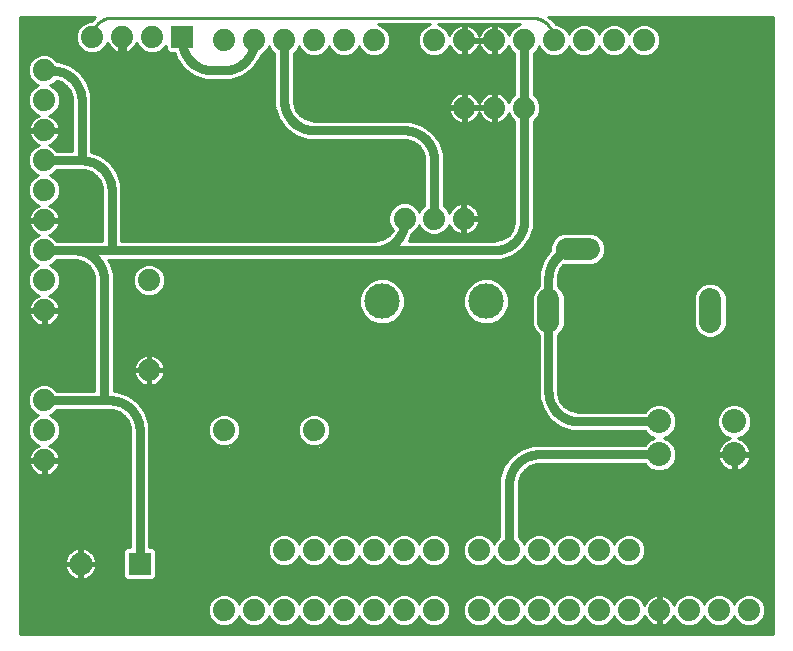
<source format=gbl>
G75*
%MOIN*%
%OFA0B0*%
%FSLAX25Y25*%
%IPPOS*%
%LPD*%
%AMOC8*
5,1,8,0,0,1.08239X$1,22.5*
%
%ADD10C,0.07400*%
%ADD11C,0.07600*%
%ADD12R,0.07600X0.07600*%
%ADD13C,0.11811*%
%ADD14R,0.07400X0.07400*%
%ADD15C,0.07480*%
%ADD16C,0.08000*%
%ADD17C,0.01000*%
%ADD18C,0.04000*%
%ADD19C,0.03000*%
D10*
X0099000Y0034000D03*
X0109000Y0034000D03*
X0119000Y0034000D03*
X0129000Y0034000D03*
X0139000Y0034000D03*
X0149000Y0034000D03*
X0159000Y0034000D03*
X0169000Y0034000D03*
X0184000Y0034000D03*
X0194000Y0034000D03*
X0204000Y0034000D03*
X0214000Y0034000D03*
X0224000Y0034000D03*
X0234000Y0034000D03*
X0244000Y0034000D03*
X0254000Y0034000D03*
X0264000Y0034000D03*
X0274000Y0034000D03*
X0234000Y0054000D03*
X0224000Y0054000D03*
X0214000Y0054000D03*
X0204000Y0054000D03*
X0194000Y0054000D03*
X0184000Y0054000D03*
X0169000Y0054000D03*
X0159000Y0054000D03*
X0149000Y0054000D03*
X0139000Y0054000D03*
X0129000Y0054000D03*
X0119000Y0054000D03*
X0129000Y0094000D03*
X0099000Y0094000D03*
X0074000Y0114000D03*
X0039000Y0104000D03*
X0039000Y0094000D03*
X0039000Y0084000D03*
X0039000Y0134000D03*
X0039000Y0144000D03*
X0039000Y0154000D03*
X0039000Y0164000D03*
X0039000Y0174000D03*
X0039000Y0184000D03*
X0039000Y0194000D03*
X0039000Y0204000D03*
X0039000Y0214000D03*
X0055000Y0225000D03*
X0065000Y0225000D03*
X0075000Y0225000D03*
X0099000Y0224000D03*
X0109000Y0224000D03*
X0119000Y0224000D03*
X0129000Y0224000D03*
X0139000Y0224000D03*
X0149000Y0224000D03*
X0169000Y0224000D03*
X0179000Y0224000D03*
X0189000Y0224000D03*
X0199000Y0224000D03*
X0209000Y0224000D03*
X0219000Y0224000D03*
X0229000Y0224000D03*
X0239000Y0224000D03*
X0199000Y0201500D03*
X0189000Y0201500D03*
X0179000Y0201500D03*
X0178843Y0164559D03*
X0169000Y0164559D03*
X0159157Y0164559D03*
X0074000Y0144000D03*
D11*
X0051157Y0049500D03*
D12*
X0070843Y0049500D03*
D13*
X0151677Y0137000D03*
X0186323Y0137000D03*
D14*
X0085000Y0225000D03*
D15*
X0213213Y0154472D02*
X0220693Y0154472D01*
X0207110Y0137740D02*
X0207110Y0130260D01*
X0261047Y0130260D02*
X0261047Y0137740D01*
D16*
X0269000Y0097000D03*
X0269000Y0086000D03*
X0244000Y0086000D03*
X0244000Y0097000D03*
D17*
X0031100Y0026100D02*
X0031100Y0231900D01*
X0056096Y0231900D01*
X0054596Y0230400D01*
X0053926Y0230400D01*
X0051941Y0229578D01*
X0050422Y0228059D01*
X0049600Y0226074D01*
X0049600Y0223926D01*
X0050422Y0221941D01*
X0051941Y0220422D01*
X0053926Y0219600D01*
X0056074Y0219600D01*
X0058059Y0220422D01*
X0059578Y0221941D01*
X0060109Y0223224D01*
X0060181Y0223004D01*
X0060553Y0222275D01*
X0061034Y0221612D01*
X0061612Y0221034D01*
X0062275Y0220553D01*
X0063004Y0220181D01*
X0063782Y0219928D01*
X0064500Y0219814D01*
X0064500Y0224500D01*
X0065500Y0224500D01*
X0065500Y0219814D01*
X0066218Y0219928D01*
X0066996Y0220181D01*
X0067725Y0220553D01*
X0068388Y0221034D01*
X0068966Y0221612D01*
X0069447Y0222275D01*
X0069819Y0223004D01*
X0069891Y0223224D01*
X0070422Y0221941D01*
X0071941Y0220422D01*
X0073926Y0219600D01*
X0076074Y0219600D01*
X0078059Y0220422D01*
X0079578Y0221941D01*
X0079600Y0221995D01*
X0079600Y0220596D01*
X0080596Y0219600D01*
X0082550Y0219600D01*
X0083092Y0217933D01*
X0083092Y0217933D01*
X0085550Y0214550D01*
X0088933Y0212092D01*
X0092909Y0210800D01*
X0101091Y0210800D01*
X0105067Y0212092D01*
X0105067Y0212092D01*
X0108450Y0214550D01*
X0110908Y0217933D01*
X0111288Y0219103D01*
X0112059Y0219422D01*
X0113578Y0220941D01*
X0114000Y0221960D01*
X0114422Y0220941D01*
X0115800Y0219563D01*
X0115800Y0201909D01*
X0117092Y0197933D01*
X0117092Y0197933D01*
X0119550Y0194550D01*
X0122933Y0192092D01*
X0126909Y0190800D01*
X0159000Y0190800D01*
X0160064Y0190716D01*
X0162087Y0190059D01*
X0163808Y0188808D01*
X0165059Y0187087D01*
X0165716Y0185064D01*
X0165800Y0184000D01*
X0165800Y0168996D01*
X0164422Y0167618D01*
X0164079Y0166789D01*
X0163735Y0167618D01*
X0162216Y0169137D01*
X0160232Y0169959D01*
X0158083Y0169959D01*
X0156099Y0169137D01*
X0154580Y0167618D01*
X0153757Y0165633D01*
X0153757Y0163485D01*
X0154580Y0161500D01*
X0155196Y0160884D01*
X0153966Y0159192D01*
X0152245Y0157941D01*
X0150221Y0157284D01*
X0149158Y0157200D01*
X0064700Y0157200D01*
X0064700Y0176091D01*
X0063408Y0180067D01*
X0063408Y0180067D01*
X0060950Y0183450D01*
X0057567Y0185908D01*
X0054700Y0186840D01*
X0054700Y0206091D01*
X0053408Y0210067D01*
X0053408Y0210067D01*
X0050950Y0213450D01*
X0047567Y0215908D01*
X0043591Y0217200D01*
X0043437Y0217200D01*
X0042059Y0218578D01*
X0040074Y0219400D01*
X0037926Y0219400D01*
X0035941Y0218578D01*
X0034422Y0217059D01*
X0033600Y0215074D01*
X0033600Y0212926D01*
X0034422Y0210941D01*
X0035941Y0209422D01*
X0036960Y0209000D01*
X0035941Y0208578D01*
X0034422Y0207059D01*
X0033600Y0205074D01*
X0033600Y0202926D01*
X0034422Y0200941D01*
X0035941Y0199422D01*
X0037224Y0198891D01*
X0037004Y0198819D01*
X0036275Y0198447D01*
X0035612Y0197966D01*
X0035034Y0197388D01*
X0034553Y0196725D01*
X0034181Y0195996D01*
X0033928Y0195218D01*
X0033814Y0194500D01*
X0038500Y0194500D01*
X0038500Y0193500D01*
X0033814Y0193500D01*
X0033928Y0192782D01*
X0034181Y0192004D01*
X0034553Y0191275D01*
X0035034Y0190612D01*
X0035612Y0190034D01*
X0036275Y0189553D01*
X0037004Y0189181D01*
X0037224Y0189109D01*
X0035941Y0188578D01*
X0034422Y0187059D01*
X0033600Y0185074D01*
X0033600Y0182926D01*
X0034422Y0180941D01*
X0035941Y0179422D01*
X0036960Y0179000D01*
X0035941Y0178578D01*
X0034422Y0177059D01*
X0033600Y0175074D01*
X0033600Y0172926D01*
X0034422Y0170941D01*
X0035941Y0169422D01*
X0037224Y0168891D01*
X0037004Y0168819D01*
X0036275Y0168447D01*
X0035612Y0167966D01*
X0035034Y0167388D01*
X0034553Y0166725D01*
X0034181Y0165996D01*
X0033928Y0165218D01*
X0033814Y0164500D01*
X0038500Y0164500D01*
X0038500Y0163500D01*
X0033814Y0163500D01*
X0033928Y0162782D01*
X0034181Y0162004D01*
X0034553Y0161275D01*
X0035034Y0160612D01*
X0035612Y0160034D01*
X0036275Y0159553D01*
X0037004Y0159181D01*
X0037224Y0159109D01*
X0035941Y0158578D01*
X0034422Y0157059D01*
X0033600Y0155074D01*
X0033600Y0152926D01*
X0034422Y0150941D01*
X0035941Y0149422D01*
X0036960Y0149000D01*
X0035941Y0148578D01*
X0034422Y0147059D01*
X0033600Y0145074D01*
X0033600Y0142926D01*
X0034422Y0140941D01*
X0035941Y0139422D01*
X0037224Y0138891D01*
X0037004Y0138819D01*
X0036275Y0138447D01*
X0035612Y0137966D01*
X0035034Y0137388D01*
X0034553Y0136725D01*
X0034181Y0135996D01*
X0033928Y0135218D01*
X0033814Y0134500D01*
X0038500Y0134500D01*
X0038500Y0133500D01*
X0039500Y0133500D01*
X0039500Y0134500D01*
X0044186Y0134500D01*
X0044072Y0135218D01*
X0043819Y0135996D01*
X0043447Y0136725D01*
X0042966Y0137388D01*
X0042388Y0137966D01*
X0041725Y0138447D01*
X0040996Y0138819D01*
X0040776Y0138891D01*
X0042059Y0139422D01*
X0043578Y0140941D01*
X0044400Y0142926D01*
X0044400Y0145074D01*
X0043578Y0147059D01*
X0042059Y0148578D01*
X0041040Y0149000D01*
X0042059Y0149422D01*
X0043437Y0150800D01*
X0049000Y0150800D01*
X0050064Y0150716D01*
X0052087Y0150059D01*
X0053808Y0148808D01*
X0055059Y0147087D01*
X0055716Y0145064D01*
X0055800Y0144000D01*
X0055800Y0107200D01*
X0043437Y0107200D01*
X0042059Y0108578D01*
X0040074Y0109400D01*
X0037926Y0109400D01*
X0035941Y0108578D01*
X0034422Y0107059D01*
X0033600Y0105074D01*
X0033600Y0102926D01*
X0034422Y0100941D01*
X0035941Y0099422D01*
X0036960Y0099000D01*
X0035941Y0098578D01*
X0034422Y0097059D01*
X0033600Y0095074D01*
X0033600Y0092926D01*
X0034422Y0090941D01*
X0035941Y0089422D01*
X0037224Y0088891D01*
X0037004Y0088819D01*
X0036275Y0088447D01*
X0035612Y0087966D01*
X0035034Y0087388D01*
X0034553Y0086725D01*
X0034181Y0085996D01*
X0033928Y0085218D01*
X0033814Y0084500D01*
X0038500Y0084500D01*
X0038500Y0083500D01*
X0039500Y0083500D01*
X0039500Y0084500D01*
X0044186Y0084500D01*
X0044072Y0085218D01*
X0043819Y0085996D01*
X0043447Y0086725D01*
X0042966Y0087388D01*
X0042388Y0087966D01*
X0041725Y0088447D01*
X0040996Y0088819D01*
X0040776Y0088891D01*
X0042059Y0089422D01*
X0043578Y0090941D01*
X0044400Y0092926D01*
X0044400Y0095074D01*
X0043578Y0097059D01*
X0042059Y0098578D01*
X0041040Y0099000D01*
X0042059Y0099422D01*
X0043437Y0100800D01*
X0060843Y0100800D01*
X0061906Y0100716D01*
X0063930Y0100059D01*
X0065651Y0098808D01*
X0066901Y0097087D01*
X0067559Y0095064D01*
X0067643Y0094000D01*
X0067643Y0055000D01*
X0066338Y0055000D01*
X0065343Y0054004D01*
X0065343Y0044996D01*
X0066338Y0044000D01*
X0075347Y0044000D01*
X0076343Y0044996D01*
X0076343Y0054004D01*
X0075347Y0055000D01*
X0074043Y0055000D01*
X0074043Y0096091D01*
X0074042Y0096091D01*
X0072750Y0100067D01*
X0070293Y0103450D01*
X0066910Y0105908D01*
X0062933Y0107200D01*
X0062200Y0107200D01*
X0062200Y0146091D01*
X0060908Y0150067D01*
X0060908Y0150067D01*
X0060376Y0150800D01*
X0191091Y0150800D01*
X0195067Y0152092D01*
X0195067Y0152092D01*
X0198450Y0154550D01*
X0200908Y0157933D01*
X0202200Y0161909D01*
X0202200Y0197063D01*
X0203578Y0198441D01*
X0204400Y0200426D01*
X0204400Y0202574D01*
X0203578Y0204559D01*
X0202200Y0205937D01*
X0202200Y0219563D01*
X0203578Y0220941D01*
X0204000Y0221960D01*
X0204422Y0220941D01*
X0205941Y0219422D01*
X0207926Y0218600D01*
X0210074Y0218600D01*
X0212059Y0219422D01*
X0213578Y0220941D01*
X0214000Y0221960D01*
X0214422Y0220941D01*
X0215941Y0219422D01*
X0217926Y0218600D01*
X0220074Y0218600D01*
X0222059Y0219422D01*
X0223578Y0220941D01*
X0224000Y0221960D01*
X0224422Y0220941D01*
X0225941Y0219422D01*
X0227926Y0218600D01*
X0230074Y0218600D01*
X0232059Y0219422D01*
X0233578Y0220941D01*
X0234000Y0221960D01*
X0234422Y0220941D01*
X0235941Y0219422D01*
X0237926Y0218600D01*
X0240074Y0218600D01*
X0242059Y0219422D01*
X0243578Y0220941D01*
X0244400Y0222926D01*
X0244400Y0225074D01*
X0243578Y0227059D01*
X0242059Y0228578D01*
X0240074Y0229400D01*
X0237926Y0229400D01*
X0235941Y0228578D01*
X0234422Y0227059D01*
X0234000Y0226040D01*
X0233578Y0227059D01*
X0232059Y0228578D01*
X0230074Y0229400D01*
X0227926Y0229400D01*
X0225941Y0228578D01*
X0224422Y0227059D01*
X0224000Y0226040D01*
X0223578Y0227059D01*
X0222059Y0228578D01*
X0220074Y0229400D01*
X0217926Y0229400D01*
X0215941Y0228578D01*
X0214422Y0227059D01*
X0214000Y0226040D01*
X0213578Y0227059D01*
X0212059Y0228578D01*
X0210074Y0229400D01*
X0209567Y0229400D01*
X0208444Y0230944D01*
X0207129Y0231900D01*
X0281900Y0231900D01*
X0281900Y0026100D01*
X0031100Y0026100D01*
X0031100Y0026996D02*
X0281900Y0026996D01*
X0281900Y0027994D02*
X0031100Y0027994D01*
X0031100Y0028993D02*
X0096978Y0028993D01*
X0097926Y0028600D02*
X0095941Y0029422D01*
X0094422Y0030941D01*
X0093600Y0032926D01*
X0093600Y0035074D01*
X0094422Y0037059D01*
X0095941Y0038578D01*
X0097926Y0039400D01*
X0100074Y0039400D01*
X0102059Y0038578D01*
X0103578Y0037059D01*
X0104000Y0036040D01*
X0104422Y0037059D01*
X0105941Y0038578D01*
X0107926Y0039400D01*
X0110074Y0039400D01*
X0112059Y0038578D01*
X0113578Y0037059D01*
X0114000Y0036040D01*
X0114422Y0037059D01*
X0115941Y0038578D01*
X0117926Y0039400D01*
X0120074Y0039400D01*
X0122059Y0038578D01*
X0123578Y0037059D01*
X0124000Y0036040D01*
X0124422Y0037059D01*
X0125941Y0038578D01*
X0127926Y0039400D01*
X0130074Y0039400D01*
X0132059Y0038578D01*
X0133578Y0037059D01*
X0134000Y0036040D01*
X0134422Y0037059D01*
X0135941Y0038578D01*
X0137926Y0039400D01*
X0140074Y0039400D01*
X0142059Y0038578D01*
X0143578Y0037059D01*
X0144000Y0036040D01*
X0144422Y0037059D01*
X0145941Y0038578D01*
X0147926Y0039400D01*
X0150074Y0039400D01*
X0152059Y0038578D01*
X0153578Y0037059D01*
X0154000Y0036040D01*
X0154422Y0037059D01*
X0155941Y0038578D01*
X0157926Y0039400D01*
X0160074Y0039400D01*
X0162059Y0038578D01*
X0163578Y0037059D01*
X0164000Y0036040D01*
X0164422Y0037059D01*
X0165941Y0038578D01*
X0167926Y0039400D01*
X0170074Y0039400D01*
X0172059Y0038578D01*
X0173578Y0037059D01*
X0174400Y0035074D01*
X0174400Y0032926D01*
X0173578Y0030941D01*
X0172059Y0029422D01*
X0170074Y0028600D01*
X0167926Y0028600D01*
X0165941Y0029422D01*
X0164422Y0030941D01*
X0164000Y0031960D01*
X0163578Y0030941D01*
X0162059Y0029422D01*
X0160074Y0028600D01*
X0157926Y0028600D01*
X0155941Y0029422D01*
X0154422Y0030941D01*
X0154000Y0031960D01*
X0153578Y0030941D01*
X0152059Y0029422D01*
X0150074Y0028600D01*
X0147926Y0028600D01*
X0145941Y0029422D01*
X0144422Y0030941D01*
X0144000Y0031960D01*
X0143578Y0030941D01*
X0142059Y0029422D01*
X0140074Y0028600D01*
X0137926Y0028600D01*
X0135941Y0029422D01*
X0134422Y0030941D01*
X0134000Y0031960D01*
X0133578Y0030941D01*
X0132059Y0029422D01*
X0130074Y0028600D01*
X0127926Y0028600D01*
X0125941Y0029422D01*
X0124422Y0030941D01*
X0124000Y0031960D01*
X0123578Y0030941D01*
X0122059Y0029422D01*
X0120074Y0028600D01*
X0117926Y0028600D01*
X0115941Y0029422D01*
X0114422Y0030941D01*
X0114000Y0031960D01*
X0113578Y0030941D01*
X0112059Y0029422D01*
X0110074Y0028600D01*
X0107926Y0028600D01*
X0105941Y0029422D01*
X0104422Y0030941D01*
X0104000Y0031960D01*
X0103578Y0030941D01*
X0102059Y0029422D01*
X0100074Y0028600D01*
X0097926Y0028600D01*
X0095372Y0029991D02*
X0031100Y0029991D01*
X0031100Y0030990D02*
X0094402Y0030990D01*
X0093988Y0031988D02*
X0031100Y0031988D01*
X0031100Y0032987D02*
X0093600Y0032987D01*
X0093600Y0033985D02*
X0031100Y0033985D01*
X0031100Y0034984D02*
X0093600Y0034984D01*
X0093976Y0035982D02*
X0031100Y0035982D01*
X0031100Y0036981D02*
X0094390Y0036981D01*
X0095342Y0037979D02*
X0031100Y0037979D01*
X0031100Y0038978D02*
X0096906Y0038978D01*
X0101094Y0038978D02*
X0106906Y0038978D01*
X0105342Y0037979D02*
X0102658Y0037979D01*
X0103610Y0036981D02*
X0104390Y0036981D01*
X0104402Y0030990D02*
X0103598Y0030990D01*
X0102628Y0029991D02*
X0105372Y0029991D01*
X0106978Y0028993D02*
X0101022Y0028993D01*
X0111022Y0028993D02*
X0116978Y0028993D01*
X0115372Y0029991D02*
X0112628Y0029991D01*
X0113598Y0030990D02*
X0114402Y0030990D01*
X0114390Y0036981D02*
X0113610Y0036981D01*
X0112658Y0037979D02*
X0115342Y0037979D01*
X0116906Y0038978D02*
X0111094Y0038978D01*
X0121094Y0038978D02*
X0126906Y0038978D01*
X0125342Y0037979D02*
X0122658Y0037979D01*
X0123610Y0036981D02*
X0124390Y0036981D01*
X0131094Y0038978D02*
X0136906Y0038978D01*
X0135342Y0037979D02*
X0132658Y0037979D01*
X0133610Y0036981D02*
X0134390Y0036981D01*
X0134402Y0030990D02*
X0133598Y0030990D01*
X0132628Y0029991D02*
X0135372Y0029991D01*
X0136978Y0028993D02*
X0131022Y0028993D01*
X0126978Y0028993D02*
X0121022Y0028993D01*
X0122628Y0029991D02*
X0125372Y0029991D01*
X0124402Y0030990D02*
X0123598Y0030990D01*
X0141022Y0028993D02*
X0146978Y0028993D01*
X0145372Y0029991D02*
X0142628Y0029991D01*
X0143598Y0030990D02*
X0144402Y0030990D01*
X0144390Y0036981D02*
X0143610Y0036981D01*
X0142658Y0037979D02*
X0145342Y0037979D01*
X0146906Y0038978D02*
X0141094Y0038978D01*
X0151094Y0038978D02*
X0156906Y0038978D01*
X0155342Y0037979D02*
X0152658Y0037979D01*
X0153610Y0036981D02*
X0154390Y0036981D01*
X0161094Y0038978D02*
X0166906Y0038978D01*
X0165342Y0037979D02*
X0162658Y0037979D01*
X0163610Y0036981D02*
X0164390Y0036981D01*
X0164402Y0030990D02*
X0163598Y0030990D01*
X0162628Y0029991D02*
X0165372Y0029991D01*
X0166978Y0028993D02*
X0161022Y0028993D01*
X0156978Y0028993D02*
X0151022Y0028993D01*
X0152628Y0029991D02*
X0155372Y0029991D01*
X0154402Y0030990D02*
X0153598Y0030990D01*
X0171022Y0028993D02*
X0181978Y0028993D01*
X0182926Y0028600D02*
X0185074Y0028600D01*
X0187059Y0029422D01*
X0188578Y0030941D01*
X0189000Y0031960D01*
X0189422Y0030941D01*
X0190941Y0029422D01*
X0192926Y0028600D01*
X0195074Y0028600D01*
X0197059Y0029422D01*
X0198578Y0030941D01*
X0199000Y0031960D01*
X0199422Y0030941D01*
X0200941Y0029422D01*
X0202926Y0028600D01*
X0205074Y0028600D01*
X0207059Y0029422D01*
X0208578Y0030941D01*
X0209000Y0031960D01*
X0209422Y0030941D01*
X0210941Y0029422D01*
X0212926Y0028600D01*
X0215074Y0028600D01*
X0217059Y0029422D01*
X0218578Y0030941D01*
X0219000Y0031960D01*
X0219422Y0030941D01*
X0220941Y0029422D01*
X0222926Y0028600D01*
X0225074Y0028600D01*
X0227059Y0029422D01*
X0228578Y0030941D01*
X0229000Y0031960D01*
X0229422Y0030941D01*
X0230941Y0029422D01*
X0232926Y0028600D01*
X0235074Y0028600D01*
X0237059Y0029422D01*
X0238578Y0030941D01*
X0239109Y0032224D01*
X0239181Y0032004D01*
X0239553Y0031275D01*
X0240034Y0030612D01*
X0240612Y0030034D01*
X0241275Y0029553D01*
X0242004Y0029181D01*
X0242782Y0028928D01*
X0243500Y0028814D01*
X0243500Y0033500D01*
X0244500Y0033500D01*
X0244500Y0028814D01*
X0245218Y0028928D01*
X0245996Y0029181D01*
X0246725Y0029553D01*
X0247388Y0030034D01*
X0247966Y0030612D01*
X0248447Y0031275D01*
X0248819Y0032004D01*
X0248891Y0032224D01*
X0249422Y0030941D01*
X0250941Y0029422D01*
X0252926Y0028600D01*
X0255074Y0028600D01*
X0257059Y0029422D01*
X0258578Y0030941D01*
X0259000Y0031960D01*
X0259422Y0030941D01*
X0260941Y0029422D01*
X0262926Y0028600D01*
X0265074Y0028600D01*
X0267059Y0029422D01*
X0268578Y0030941D01*
X0269000Y0031960D01*
X0269422Y0030941D01*
X0270941Y0029422D01*
X0272926Y0028600D01*
X0275074Y0028600D01*
X0277059Y0029422D01*
X0278578Y0030941D01*
X0279400Y0032926D01*
X0279400Y0035074D01*
X0278578Y0037059D01*
X0277059Y0038578D01*
X0275074Y0039400D01*
X0272926Y0039400D01*
X0270941Y0038578D01*
X0269422Y0037059D01*
X0269000Y0036040D01*
X0268578Y0037059D01*
X0267059Y0038578D01*
X0265074Y0039400D01*
X0262926Y0039400D01*
X0260941Y0038578D01*
X0259422Y0037059D01*
X0259000Y0036040D01*
X0258578Y0037059D01*
X0257059Y0038578D01*
X0255074Y0039400D01*
X0252926Y0039400D01*
X0250941Y0038578D01*
X0249422Y0037059D01*
X0248891Y0035776D01*
X0248819Y0035996D01*
X0248447Y0036725D01*
X0247966Y0037388D01*
X0247388Y0037966D01*
X0246725Y0038447D01*
X0245996Y0038819D01*
X0245218Y0039072D01*
X0244500Y0039186D01*
X0244500Y0034500D01*
X0243500Y0034500D01*
X0243500Y0039186D01*
X0242782Y0039072D01*
X0242004Y0038819D01*
X0241275Y0038447D01*
X0240612Y0037966D01*
X0240034Y0037388D01*
X0239553Y0036725D01*
X0239181Y0035996D01*
X0239109Y0035776D01*
X0238578Y0037059D01*
X0237059Y0038578D01*
X0235074Y0039400D01*
X0232926Y0039400D01*
X0230941Y0038578D01*
X0229422Y0037059D01*
X0229000Y0036040D01*
X0228578Y0037059D01*
X0227059Y0038578D01*
X0225074Y0039400D01*
X0222926Y0039400D01*
X0220941Y0038578D01*
X0219422Y0037059D01*
X0219000Y0036040D01*
X0218578Y0037059D01*
X0217059Y0038578D01*
X0215074Y0039400D01*
X0212926Y0039400D01*
X0210941Y0038578D01*
X0209422Y0037059D01*
X0209000Y0036040D01*
X0208578Y0037059D01*
X0207059Y0038578D01*
X0205074Y0039400D01*
X0202926Y0039400D01*
X0200941Y0038578D01*
X0199422Y0037059D01*
X0199000Y0036040D01*
X0198578Y0037059D01*
X0197059Y0038578D01*
X0195074Y0039400D01*
X0192926Y0039400D01*
X0190941Y0038578D01*
X0189422Y0037059D01*
X0189000Y0036040D01*
X0188578Y0037059D01*
X0187059Y0038578D01*
X0185074Y0039400D01*
X0182926Y0039400D01*
X0180941Y0038578D01*
X0179422Y0037059D01*
X0178600Y0035074D01*
X0178600Y0032926D01*
X0179422Y0030941D01*
X0180941Y0029422D01*
X0182926Y0028600D01*
X0180372Y0029991D02*
X0172628Y0029991D01*
X0173598Y0030990D02*
X0179402Y0030990D01*
X0178988Y0031988D02*
X0174012Y0031988D01*
X0174400Y0032987D02*
X0178600Y0032987D01*
X0178600Y0033985D02*
X0174400Y0033985D01*
X0174400Y0034984D02*
X0178600Y0034984D01*
X0178976Y0035982D02*
X0174024Y0035982D01*
X0173610Y0036981D02*
X0179390Y0036981D01*
X0180342Y0037979D02*
X0172658Y0037979D01*
X0171094Y0038978D02*
X0181906Y0038978D01*
X0186094Y0038978D02*
X0191906Y0038978D01*
X0190342Y0037979D02*
X0187658Y0037979D01*
X0188610Y0036981D02*
X0189390Y0036981D01*
X0189402Y0030990D02*
X0188598Y0030990D01*
X0187628Y0029991D02*
X0190372Y0029991D01*
X0191978Y0028993D02*
X0186022Y0028993D01*
X0196022Y0028993D02*
X0201978Y0028993D01*
X0200372Y0029991D02*
X0197628Y0029991D01*
X0198598Y0030990D02*
X0199402Y0030990D01*
X0199390Y0036981D02*
X0198610Y0036981D01*
X0197658Y0037979D02*
X0200342Y0037979D01*
X0201906Y0038978D02*
X0196094Y0038978D01*
X0206094Y0038978D02*
X0211906Y0038978D01*
X0210342Y0037979D02*
X0207658Y0037979D01*
X0208610Y0036981D02*
X0209390Y0036981D01*
X0209402Y0030990D02*
X0208598Y0030990D01*
X0207628Y0029991D02*
X0210372Y0029991D01*
X0211978Y0028993D02*
X0206022Y0028993D01*
X0216022Y0028993D02*
X0221978Y0028993D01*
X0220372Y0029991D02*
X0217628Y0029991D01*
X0218598Y0030990D02*
X0219402Y0030990D01*
X0219390Y0036981D02*
X0218610Y0036981D01*
X0217658Y0037979D02*
X0220342Y0037979D01*
X0221906Y0038978D02*
X0216094Y0038978D01*
X0226094Y0038978D02*
X0231906Y0038978D01*
X0230342Y0037979D02*
X0227658Y0037979D01*
X0228610Y0036981D02*
X0229390Y0036981D01*
X0229402Y0030990D02*
X0228598Y0030990D01*
X0227628Y0029991D02*
X0230372Y0029991D01*
X0231978Y0028993D02*
X0226022Y0028993D01*
X0236022Y0028993D02*
X0242584Y0028993D01*
X0243500Y0028993D02*
X0244500Y0028993D01*
X0245416Y0028993D02*
X0251978Y0028993D01*
X0250372Y0029991D02*
X0247329Y0029991D01*
X0248240Y0030990D02*
X0249402Y0030990D01*
X0248988Y0031988D02*
X0248811Y0031988D01*
X0256022Y0028993D02*
X0261978Y0028993D01*
X0260372Y0029991D02*
X0257628Y0029991D01*
X0258598Y0030990D02*
X0259402Y0030990D01*
X0259390Y0036981D02*
X0258610Y0036981D01*
X0257658Y0037979D02*
X0260342Y0037979D01*
X0261906Y0038978D02*
X0256094Y0038978D01*
X0251906Y0038978D02*
X0245508Y0038978D01*
X0244500Y0038978D02*
X0243500Y0038978D01*
X0243500Y0037979D02*
X0244500Y0037979D01*
X0244500Y0036981D02*
X0243500Y0036981D01*
X0243500Y0035982D02*
X0244500Y0035982D01*
X0244500Y0034984D02*
X0243500Y0034984D01*
X0243500Y0032987D02*
X0244500Y0032987D01*
X0244500Y0031988D02*
X0243500Y0031988D01*
X0243500Y0030990D02*
X0244500Y0030990D01*
X0244500Y0029991D02*
X0243500Y0029991D01*
X0240671Y0029991D02*
X0237628Y0029991D01*
X0238598Y0030990D02*
X0239760Y0030990D01*
X0239189Y0031988D02*
X0239012Y0031988D01*
X0239024Y0035982D02*
X0239176Y0035982D01*
X0239738Y0036981D02*
X0238610Y0036981D01*
X0237658Y0037979D02*
X0240630Y0037979D01*
X0242492Y0038978D02*
X0236094Y0038978D01*
X0247370Y0037979D02*
X0250342Y0037979D01*
X0249390Y0036981D02*
X0248262Y0036981D01*
X0248824Y0035982D02*
X0248976Y0035982D01*
X0266094Y0038978D02*
X0271906Y0038978D01*
X0270342Y0037979D02*
X0267658Y0037979D01*
X0268610Y0036981D02*
X0269390Y0036981D01*
X0269402Y0030990D02*
X0268598Y0030990D01*
X0267628Y0029991D02*
X0270372Y0029991D01*
X0271978Y0028993D02*
X0266022Y0028993D01*
X0276022Y0028993D02*
X0281900Y0028993D01*
X0281900Y0029991D02*
X0277628Y0029991D01*
X0278598Y0030990D02*
X0281900Y0030990D01*
X0281900Y0031988D02*
X0279012Y0031988D01*
X0279400Y0032987D02*
X0281900Y0032987D01*
X0281900Y0033985D02*
X0279400Y0033985D01*
X0279400Y0034984D02*
X0281900Y0034984D01*
X0281900Y0035982D02*
X0279024Y0035982D01*
X0278610Y0036981D02*
X0281900Y0036981D01*
X0281900Y0037979D02*
X0277658Y0037979D01*
X0276094Y0038978D02*
X0281900Y0038978D01*
X0281900Y0039976D02*
X0031100Y0039976D01*
X0031100Y0040975D02*
X0281900Y0040975D01*
X0281900Y0041973D02*
X0031100Y0041973D01*
X0031100Y0042972D02*
X0281900Y0042972D01*
X0281900Y0043970D02*
X0031100Y0043970D01*
X0031100Y0044969D02*
X0048377Y0044969D01*
X0048380Y0044967D02*
X0049123Y0044588D01*
X0049916Y0044330D01*
X0050740Y0044200D01*
X0050772Y0044200D01*
X0050772Y0049114D01*
X0051543Y0049114D01*
X0051543Y0044200D01*
X0051575Y0044200D01*
X0052399Y0044330D01*
X0053192Y0044588D01*
X0053935Y0044967D01*
X0054610Y0045457D01*
X0055200Y0046047D01*
X0055690Y0046722D01*
X0056069Y0047466D01*
X0056327Y0048259D01*
X0056457Y0049083D01*
X0056457Y0049114D01*
X0051543Y0049114D01*
X0051543Y0049886D01*
X0050772Y0049886D01*
X0050772Y0054800D01*
X0050740Y0054800D01*
X0049916Y0054669D01*
X0049123Y0054412D01*
X0048380Y0054033D01*
X0047705Y0053543D01*
X0047115Y0052953D01*
X0046625Y0052278D01*
X0046246Y0051534D01*
X0045988Y0050741D01*
X0045857Y0049917D01*
X0045857Y0049886D01*
X0050772Y0049886D01*
X0050772Y0049114D01*
X0045857Y0049114D01*
X0045857Y0049083D01*
X0045988Y0048259D01*
X0046246Y0047466D01*
X0046625Y0046722D01*
X0047115Y0046047D01*
X0047705Y0045457D01*
X0048380Y0044967D01*
X0047195Y0045967D02*
X0031100Y0045967D01*
X0031100Y0046966D02*
X0046500Y0046966D01*
X0046084Y0047964D02*
X0031100Y0047964D01*
X0031100Y0048963D02*
X0045876Y0048963D01*
X0045864Y0049961D02*
X0031100Y0049961D01*
X0031100Y0050960D02*
X0046059Y0050960D01*
X0046462Y0051958D02*
X0031100Y0051958D01*
X0031100Y0052957D02*
X0047119Y0052957D01*
X0048273Y0053955D02*
X0031100Y0053955D01*
X0031100Y0054954D02*
X0066292Y0054954D01*
X0065343Y0053955D02*
X0054042Y0053955D01*
X0053935Y0054033D02*
X0053192Y0054412D01*
X0052399Y0054669D01*
X0051575Y0054800D01*
X0051543Y0054800D01*
X0051543Y0049886D01*
X0056457Y0049886D01*
X0056457Y0049917D01*
X0056327Y0050741D01*
X0056069Y0051534D01*
X0055690Y0052278D01*
X0055200Y0052953D01*
X0054610Y0053543D01*
X0053935Y0054033D01*
X0055196Y0052957D02*
X0065343Y0052957D01*
X0065343Y0051958D02*
X0055853Y0051958D01*
X0056256Y0050960D02*
X0065343Y0050960D01*
X0065343Y0049961D02*
X0056450Y0049961D01*
X0056438Y0048963D02*
X0065343Y0048963D01*
X0065343Y0047964D02*
X0056231Y0047964D01*
X0055815Y0046966D02*
X0065343Y0046966D01*
X0065343Y0045967D02*
X0055120Y0045967D01*
X0053938Y0044969D02*
X0065370Y0044969D01*
X0076315Y0044969D02*
X0281900Y0044969D01*
X0281900Y0045967D02*
X0076343Y0045967D01*
X0076343Y0046966D02*
X0281900Y0046966D01*
X0281900Y0047964D02*
X0076343Y0047964D01*
X0076343Y0048963D02*
X0117050Y0048963D01*
X0117926Y0048600D02*
X0120074Y0048600D01*
X0122059Y0049422D01*
X0123578Y0050941D01*
X0124000Y0051960D01*
X0124422Y0050941D01*
X0125941Y0049422D01*
X0127926Y0048600D01*
X0130074Y0048600D01*
X0132059Y0049422D01*
X0133578Y0050941D01*
X0134000Y0051960D01*
X0134422Y0050941D01*
X0135941Y0049422D01*
X0137926Y0048600D01*
X0140074Y0048600D01*
X0142059Y0049422D01*
X0143578Y0050941D01*
X0144000Y0051960D01*
X0144422Y0050941D01*
X0145941Y0049422D01*
X0147926Y0048600D01*
X0150074Y0048600D01*
X0152059Y0049422D01*
X0153578Y0050941D01*
X0154000Y0051960D01*
X0154422Y0050941D01*
X0155941Y0049422D01*
X0157926Y0048600D01*
X0160074Y0048600D01*
X0162059Y0049422D01*
X0163578Y0050941D01*
X0164000Y0051960D01*
X0164422Y0050941D01*
X0165941Y0049422D01*
X0167926Y0048600D01*
X0170074Y0048600D01*
X0172059Y0049422D01*
X0173578Y0050941D01*
X0174400Y0052926D01*
X0174400Y0055074D01*
X0173578Y0057059D01*
X0172059Y0058578D01*
X0170074Y0059400D01*
X0167926Y0059400D01*
X0165941Y0058578D01*
X0164422Y0057059D01*
X0164000Y0056040D01*
X0163578Y0057059D01*
X0162059Y0058578D01*
X0160074Y0059400D01*
X0157926Y0059400D01*
X0155941Y0058578D01*
X0154422Y0057059D01*
X0154000Y0056040D01*
X0153578Y0057059D01*
X0152059Y0058578D01*
X0150074Y0059400D01*
X0147926Y0059400D01*
X0145941Y0058578D01*
X0144422Y0057059D01*
X0144000Y0056040D01*
X0143578Y0057059D01*
X0142059Y0058578D01*
X0140074Y0059400D01*
X0137926Y0059400D01*
X0135941Y0058578D01*
X0134422Y0057059D01*
X0134000Y0056040D01*
X0133578Y0057059D01*
X0132059Y0058578D01*
X0130074Y0059400D01*
X0127926Y0059400D01*
X0125941Y0058578D01*
X0124422Y0057059D01*
X0124000Y0056040D01*
X0123578Y0057059D01*
X0122059Y0058578D01*
X0120074Y0059400D01*
X0117926Y0059400D01*
X0115941Y0058578D01*
X0114422Y0057059D01*
X0113600Y0055074D01*
X0113600Y0052926D01*
X0114422Y0050941D01*
X0115941Y0049422D01*
X0117926Y0048600D01*
X0115402Y0049961D02*
X0076343Y0049961D01*
X0076343Y0050960D02*
X0114414Y0050960D01*
X0114001Y0051958D02*
X0076343Y0051958D01*
X0076343Y0052957D02*
X0113600Y0052957D01*
X0113600Y0053955D02*
X0076343Y0053955D01*
X0075393Y0054954D02*
X0113600Y0054954D01*
X0113964Y0055952D02*
X0074043Y0055952D01*
X0074043Y0056951D02*
X0114377Y0056951D01*
X0115313Y0057949D02*
X0074043Y0057949D01*
X0074043Y0058948D02*
X0116834Y0058948D01*
X0121166Y0058948D02*
X0126834Y0058948D01*
X0125313Y0057949D02*
X0122687Y0057949D01*
X0123623Y0056951D02*
X0124377Y0056951D01*
X0131166Y0058948D02*
X0136834Y0058948D01*
X0135313Y0057949D02*
X0132687Y0057949D01*
X0133623Y0056951D02*
X0134377Y0056951D01*
X0133999Y0051958D02*
X0134001Y0051958D01*
X0133586Y0050960D02*
X0134414Y0050960D01*
X0135402Y0049961D02*
X0132598Y0049961D01*
X0130950Y0048963D02*
X0137050Y0048963D01*
X0140950Y0048963D02*
X0147050Y0048963D01*
X0145402Y0049961D02*
X0142598Y0049961D01*
X0143586Y0050960D02*
X0144414Y0050960D01*
X0143999Y0051958D02*
X0144001Y0051958D01*
X0143623Y0056951D02*
X0144377Y0056951D01*
X0145313Y0057949D02*
X0142687Y0057949D01*
X0141166Y0058948D02*
X0146834Y0058948D01*
X0151166Y0058948D02*
X0156834Y0058948D01*
X0155313Y0057949D02*
X0152687Y0057949D01*
X0153623Y0056951D02*
X0154377Y0056951D01*
X0161166Y0058948D02*
X0166834Y0058948D01*
X0165313Y0057949D02*
X0162687Y0057949D01*
X0163623Y0056951D02*
X0164377Y0056951D01*
X0163999Y0051958D02*
X0164001Y0051958D01*
X0163586Y0050960D02*
X0164414Y0050960D01*
X0165402Y0049961D02*
X0162598Y0049961D01*
X0160950Y0048963D02*
X0167050Y0048963D01*
X0170950Y0048963D02*
X0182050Y0048963D01*
X0182926Y0048600D02*
X0185074Y0048600D01*
X0187059Y0049422D01*
X0188578Y0050941D01*
X0189000Y0051960D01*
X0189422Y0050941D01*
X0190941Y0049422D01*
X0192926Y0048600D01*
X0195074Y0048600D01*
X0197059Y0049422D01*
X0198578Y0050941D01*
X0199000Y0051960D01*
X0199422Y0050941D01*
X0200941Y0049422D01*
X0202926Y0048600D01*
X0205074Y0048600D01*
X0207059Y0049422D01*
X0208578Y0050941D01*
X0209000Y0051960D01*
X0209422Y0050941D01*
X0210941Y0049422D01*
X0212926Y0048600D01*
X0215074Y0048600D01*
X0217059Y0049422D01*
X0218578Y0050941D01*
X0219000Y0051960D01*
X0219422Y0050941D01*
X0220941Y0049422D01*
X0222926Y0048600D01*
X0225074Y0048600D01*
X0227059Y0049422D01*
X0228578Y0050941D01*
X0229000Y0051960D01*
X0229422Y0050941D01*
X0230941Y0049422D01*
X0232926Y0048600D01*
X0235074Y0048600D01*
X0237059Y0049422D01*
X0238578Y0050941D01*
X0239400Y0052926D01*
X0239400Y0055074D01*
X0238578Y0057059D01*
X0237059Y0058578D01*
X0235074Y0059400D01*
X0232926Y0059400D01*
X0230941Y0058578D01*
X0229422Y0057059D01*
X0229000Y0056040D01*
X0228578Y0057059D01*
X0227059Y0058578D01*
X0225074Y0059400D01*
X0222926Y0059400D01*
X0220941Y0058578D01*
X0219422Y0057059D01*
X0219000Y0056040D01*
X0218578Y0057059D01*
X0217059Y0058578D01*
X0215074Y0059400D01*
X0212926Y0059400D01*
X0210941Y0058578D01*
X0209422Y0057059D01*
X0209000Y0056040D01*
X0208578Y0057059D01*
X0207059Y0058578D01*
X0205074Y0059400D01*
X0202926Y0059400D01*
X0200941Y0058578D01*
X0199422Y0057059D01*
X0199000Y0056040D01*
X0198578Y0057059D01*
X0197200Y0058437D01*
X0197200Y0076000D01*
X0197284Y0077064D01*
X0197941Y0079087D01*
X0199192Y0080808D01*
X0200913Y0082059D01*
X0202936Y0082716D01*
X0204000Y0082800D01*
X0239156Y0082800D01*
X0239168Y0082771D01*
X0240771Y0081168D01*
X0242866Y0080300D01*
X0245134Y0080300D01*
X0247229Y0081168D01*
X0248832Y0082771D01*
X0249700Y0084866D01*
X0249700Y0087134D01*
X0248832Y0089229D01*
X0247229Y0090832D01*
X0245617Y0091500D01*
X0247229Y0092168D01*
X0248832Y0093771D01*
X0249700Y0095866D01*
X0249700Y0098134D01*
X0248832Y0100229D01*
X0247229Y0101832D01*
X0245134Y0102700D01*
X0242866Y0102700D01*
X0240771Y0101832D01*
X0239168Y0100229D01*
X0239156Y0100200D01*
X0217110Y0100200D01*
X0216046Y0100284D01*
X0214023Y0100941D01*
X0212302Y0102192D01*
X0211051Y0103913D01*
X0210394Y0105936D01*
X0210310Y0107000D01*
X0210310Y0125766D01*
X0211722Y0127178D01*
X0212550Y0129178D01*
X0212550Y0138822D01*
X0211722Y0140822D01*
X0210310Y0142234D01*
X0210310Y0144630D01*
X0210392Y0145669D01*
X0211034Y0147646D01*
X0212062Y0149061D01*
X0212130Y0149032D01*
X0221775Y0149032D01*
X0223775Y0149860D01*
X0225305Y0151391D01*
X0226133Y0153390D01*
X0226133Y0155555D01*
X0225305Y0157554D01*
X0223775Y0159084D01*
X0221775Y0159913D01*
X0212130Y0159913D01*
X0210131Y0159084D01*
X0208601Y0157554D01*
X0207772Y0155555D01*
X0207772Y0154081D01*
X0207615Y0153967D01*
X0205187Y0150625D01*
X0203910Y0146696D01*
X0203910Y0142234D01*
X0202498Y0140822D01*
X0201670Y0138822D01*
X0201670Y0129178D01*
X0202498Y0127178D01*
X0203910Y0125766D01*
X0203910Y0104909D01*
X0205202Y0100933D01*
X0205202Y0100933D01*
X0207660Y0097550D01*
X0207660Y0097550D01*
X0211043Y0095092D01*
X0215020Y0093800D01*
X0239156Y0093800D01*
X0239168Y0093771D01*
X0240771Y0092168D01*
X0242383Y0091500D01*
X0240771Y0090832D01*
X0239168Y0089229D01*
X0239156Y0089200D01*
X0201909Y0089200D01*
X0197933Y0087908D01*
X0197933Y0087908D01*
X0194550Y0085450D01*
X0194550Y0085450D01*
X0192092Y0082067D01*
X0190800Y0078091D01*
X0190800Y0058437D01*
X0189422Y0057059D01*
X0189000Y0056040D01*
X0188578Y0057059D01*
X0187059Y0058578D01*
X0185074Y0059400D01*
X0182926Y0059400D01*
X0180941Y0058578D01*
X0179422Y0057059D01*
X0178600Y0055074D01*
X0178600Y0052926D01*
X0179422Y0050941D01*
X0180941Y0049422D01*
X0182926Y0048600D01*
X0180402Y0049961D02*
X0172598Y0049961D01*
X0173586Y0050960D02*
X0179414Y0050960D01*
X0179001Y0051958D02*
X0173999Y0051958D01*
X0174400Y0052957D02*
X0178600Y0052957D01*
X0178600Y0053955D02*
X0174400Y0053955D01*
X0174400Y0054954D02*
X0178600Y0054954D01*
X0178964Y0055952D02*
X0174036Y0055952D01*
X0173623Y0056951D02*
X0179377Y0056951D01*
X0180313Y0057949D02*
X0172687Y0057949D01*
X0171166Y0058948D02*
X0181834Y0058948D01*
X0186166Y0058948D02*
X0190800Y0058948D01*
X0190800Y0059946D02*
X0074043Y0059946D01*
X0074043Y0060945D02*
X0190800Y0060945D01*
X0190800Y0061943D02*
X0074043Y0061943D01*
X0074043Y0062942D02*
X0190800Y0062942D01*
X0190800Y0063940D02*
X0074043Y0063940D01*
X0074043Y0064939D02*
X0190800Y0064939D01*
X0190800Y0065937D02*
X0074043Y0065937D01*
X0074043Y0066936D02*
X0190800Y0066936D01*
X0190800Y0067934D02*
X0074043Y0067934D01*
X0074043Y0068933D02*
X0190800Y0068933D01*
X0190800Y0069932D02*
X0074043Y0069932D01*
X0074043Y0070930D02*
X0190800Y0070930D01*
X0190800Y0071929D02*
X0074043Y0071929D01*
X0074043Y0072927D02*
X0190800Y0072927D01*
X0190800Y0073926D02*
X0074043Y0073926D01*
X0074043Y0074924D02*
X0190800Y0074924D01*
X0190800Y0075923D02*
X0074043Y0075923D01*
X0074043Y0076921D02*
X0190800Y0076921D01*
X0190800Y0077920D02*
X0074043Y0077920D01*
X0074043Y0078918D02*
X0191069Y0078918D01*
X0191393Y0079917D02*
X0074043Y0079917D01*
X0074043Y0080915D02*
X0191718Y0080915D01*
X0192042Y0081914D02*
X0074043Y0081914D01*
X0074043Y0082912D02*
X0192706Y0082912D01*
X0192092Y0082067D02*
X0192092Y0082067D01*
X0193431Y0083911D02*
X0074043Y0083911D01*
X0074043Y0084909D02*
X0194157Y0084909D01*
X0194550Y0085450D02*
X0194550Y0085450D01*
X0195180Y0085908D02*
X0074043Y0085908D01*
X0074043Y0086906D02*
X0196554Y0086906D01*
X0197928Y0087905D02*
X0074043Y0087905D01*
X0074043Y0088903D02*
X0097194Y0088903D01*
X0097926Y0088600D02*
X0095941Y0089422D01*
X0094422Y0090941D01*
X0093600Y0092926D01*
X0093600Y0095074D01*
X0094422Y0097059D01*
X0095941Y0098578D01*
X0097926Y0099400D01*
X0100074Y0099400D01*
X0102059Y0098578D01*
X0103578Y0097059D01*
X0104400Y0095074D01*
X0104400Y0092926D01*
X0103578Y0090941D01*
X0102059Y0089422D01*
X0100074Y0088600D01*
X0097926Y0088600D01*
X0095461Y0089902D02*
X0074043Y0089902D01*
X0074043Y0090900D02*
X0094463Y0090900D01*
X0094025Y0091899D02*
X0074043Y0091899D01*
X0074043Y0092897D02*
X0093612Y0092897D01*
X0093600Y0093896D02*
X0074043Y0093896D01*
X0074043Y0094894D02*
X0093600Y0094894D01*
X0093939Y0095893D02*
X0074043Y0095893D01*
X0073782Y0096891D02*
X0094353Y0096891D01*
X0095253Y0097890D02*
X0073458Y0097890D01*
X0073133Y0098888D02*
X0096691Y0098888D01*
X0101309Y0098888D02*
X0126691Y0098888D01*
X0125941Y0098578D02*
X0124422Y0097059D01*
X0123600Y0095074D01*
X0123600Y0092926D01*
X0124422Y0090941D01*
X0125941Y0089422D01*
X0127926Y0088600D01*
X0130074Y0088600D01*
X0132059Y0089422D01*
X0133578Y0090941D01*
X0134400Y0092926D01*
X0134400Y0095074D01*
X0133578Y0097059D01*
X0132059Y0098578D01*
X0130074Y0099400D01*
X0127926Y0099400D01*
X0125941Y0098578D01*
X0125253Y0097890D02*
X0102747Y0097890D01*
X0103647Y0096891D02*
X0124353Y0096891D01*
X0123939Y0095893D02*
X0104061Y0095893D01*
X0104400Y0094894D02*
X0123600Y0094894D01*
X0123600Y0093896D02*
X0104400Y0093896D01*
X0104388Y0092897D02*
X0123612Y0092897D01*
X0124025Y0091899D02*
X0103975Y0091899D01*
X0103537Y0090900D02*
X0124463Y0090900D01*
X0125461Y0089902D02*
X0102538Y0089902D01*
X0100806Y0088903D02*
X0127194Y0088903D01*
X0130806Y0088903D02*
X0200996Y0088903D01*
X0200713Y0081914D02*
X0240025Y0081914D01*
X0241381Y0080915D02*
X0199339Y0080915D01*
X0198544Y0079917D02*
X0281900Y0079917D01*
X0281900Y0080915D02*
X0271135Y0080915D01*
X0271111Y0080903D02*
X0271883Y0081296D01*
X0272583Y0081805D01*
X0273195Y0082417D01*
X0273704Y0083117D01*
X0274097Y0083889D01*
X0274365Y0084712D01*
X0274489Y0085500D01*
X0269500Y0085500D01*
X0269500Y0086500D01*
X0274489Y0086500D01*
X0274365Y0087288D01*
X0274097Y0088111D01*
X0273704Y0088883D01*
X0273195Y0089583D01*
X0272583Y0090195D01*
X0271883Y0090704D01*
X0271111Y0091097D01*
X0270289Y0091364D01*
X0272229Y0092168D01*
X0273832Y0093771D01*
X0274700Y0095866D01*
X0274700Y0098134D01*
X0273832Y0100229D01*
X0272229Y0101832D01*
X0270134Y0102700D01*
X0267866Y0102700D01*
X0265771Y0101832D01*
X0264168Y0100229D01*
X0263300Y0098134D01*
X0263300Y0095866D01*
X0264168Y0093771D01*
X0265771Y0092168D01*
X0267711Y0091364D01*
X0266889Y0091097D01*
X0266117Y0090704D01*
X0265417Y0090195D01*
X0264805Y0089583D01*
X0264296Y0088883D01*
X0263903Y0088111D01*
X0263635Y0087288D01*
X0263511Y0086500D01*
X0268500Y0086500D01*
X0268500Y0085500D01*
X0263511Y0085500D01*
X0263635Y0084712D01*
X0263903Y0083889D01*
X0264296Y0083117D01*
X0264805Y0082417D01*
X0265417Y0081805D01*
X0266117Y0081296D01*
X0266889Y0080903D01*
X0267712Y0080635D01*
X0268500Y0080511D01*
X0268500Y0085500D01*
X0269500Y0085500D01*
X0269500Y0080511D01*
X0270288Y0080635D01*
X0271111Y0080903D01*
X0269500Y0080915D02*
X0268500Y0080915D01*
X0268500Y0081914D02*
X0269500Y0081914D01*
X0269500Y0082912D02*
X0268500Y0082912D01*
X0268500Y0083911D02*
X0269500Y0083911D01*
X0269500Y0084909D02*
X0268500Y0084909D01*
X0268500Y0085908D02*
X0249700Y0085908D01*
X0249700Y0086906D02*
X0263575Y0086906D01*
X0263836Y0087905D02*
X0249381Y0087905D01*
X0248967Y0088903D02*
X0264311Y0088903D01*
X0265124Y0089902D02*
X0248159Y0089902D01*
X0247065Y0090900D02*
X0266503Y0090900D01*
X0266421Y0091899D02*
X0246579Y0091899D01*
X0247958Y0092897D02*
X0265042Y0092897D01*
X0264116Y0093896D02*
X0248884Y0093896D01*
X0249297Y0094894D02*
X0263703Y0094894D01*
X0263300Y0095893D02*
X0249700Y0095893D01*
X0249700Y0096891D02*
X0263300Y0096891D01*
X0263300Y0097890D02*
X0249700Y0097890D01*
X0249387Y0098888D02*
X0263613Y0098888D01*
X0264026Y0099887D02*
X0248974Y0099887D01*
X0248176Y0100885D02*
X0264824Y0100885D01*
X0265896Y0101884D02*
X0247104Y0101884D01*
X0240896Y0101884D02*
X0212726Y0101884D01*
X0211800Y0102882D02*
X0281900Y0102882D01*
X0281900Y0101884D02*
X0272104Y0101884D01*
X0273176Y0100885D02*
X0281900Y0100885D01*
X0281900Y0099887D02*
X0273974Y0099887D01*
X0274387Y0098888D02*
X0281900Y0098888D01*
X0281900Y0097890D02*
X0274700Y0097890D01*
X0274700Y0096891D02*
X0281900Y0096891D01*
X0281900Y0095893D02*
X0274700Y0095893D01*
X0274297Y0094894D02*
X0281900Y0094894D01*
X0281900Y0093896D02*
X0273884Y0093896D01*
X0272958Y0092897D02*
X0281900Y0092897D01*
X0281900Y0091899D02*
X0271579Y0091899D01*
X0271497Y0090900D02*
X0281900Y0090900D01*
X0281900Y0089902D02*
X0272876Y0089902D01*
X0273689Y0088903D02*
X0281900Y0088903D01*
X0281900Y0087905D02*
X0274164Y0087905D01*
X0274425Y0086906D02*
X0281900Y0086906D01*
X0281900Y0085908D02*
X0269500Y0085908D01*
X0274396Y0084909D02*
X0281900Y0084909D01*
X0281900Y0083911D02*
X0274104Y0083911D01*
X0273555Y0082912D02*
X0281900Y0082912D01*
X0281900Y0081914D02*
X0272692Y0081914D01*
X0266865Y0080915D02*
X0246619Y0080915D01*
X0247975Y0081914D02*
X0265308Y0081914D01*
X0264445Y0082912D02*
X0248891Y0082912D01*
X0249304Y0083911D02*
X0263896Y0083911D01*
X0263604Y0084909D02*
X0249700Y0084909D01*
X0240935Y0090900D02*
X0133537Y0090900D01*
X0133975Y0091899D02*
X0241421Y0091899D01*
X0240042Y0092897D02*
X0134388Y0092897D01*
X0134400Y0093896D02*
X0214725Y0093896D01*
X0211652Y0094894D02*
X0134400Y0094894D01*
X0134061Y0095893D02*
X0209941Y0095893D01*
X0211043Y0095092D02*
X0211043Y0095092D01*
X0208566Y0096891D02*
X0133647Y0096891D01*
X0132747Y0097890D02*
X0207413Y0097890D01*
X0207660Y0097550D02*
X0207660Y0097550D01*
X0206688Y0098888D02*
X0131309Y0098888D01*
X0132538Y0089902D02*
X0239841Y0089902D01*
X0239824Y0100885D02*
X0214195Y0100885D01*
X0211075Y0103881D02*
X0281900Y0103881D01*
X0281900Y0104879D02*
X0210737Y0104879D01*
X0210413Y0105878D02*
X0281900Y0105878D01*
X0281900Y0106876D02*
X0210320Y0106876D01*
X0210310Y0107875D02*
X0281900Y0107875D01*
X0281900Y0108873D02*
X0210310Y0108873D01*
X0210310Y0109872D02*
X0281900Y0109872D01*
X0281900Y0110870D02*
X0210310Y0110870D01*
X0210310Y0111869D02*
X0281900Y0111869D01*
X0281900Y0112868D02*
X0210310Y0112868D01*
X0210310Y0113866D02*
X0281900Y0113866D01*
X0281900Y0114865D02*
X0210310Y0114865D01*
X0210310Y0115863D02*
X0281900Y0115863D01*
X0281900Y0116862D02*
X0210310Y0116862D01*
X0210310Y0117860D02*
X0281900Y0117860D01*
X0281900Y0118859D02*
X0210310Y0118859D01*
X0210310Y0119857D02*
X0281900Y0119857D01*
X0281900Y0120856D02*
X0210310Y0120856D01*
X0210310Y0121854D02*
X0281900Y0121854D01*
X0281900Y0122853D02*
X0210310Y0122853D01*
X0210310Y0123851D02*
X0281900Y0123851D01*
X0281900Y0124850D02*
X0262202Y0124850D01*
X0262129Y0124820D02*
X0264129Y0125648D01*
X0265659Y0127178D01*
X0266487Y0129178D01*
X0266487Y0138822D01*
X0265659Y0140822D01*
X0264129Y0142352D01*
X0262129Y0143180D01*
X0259965Y0143180D01*
X0257966Y0142352D01*
X0256435Y0140822D01*
X0255607Y0138822D01*
X0255607Y0129178D01*
X0256435Y0127178D01*
X0257966Y0125648D01*
X0259965Y0124820D01*
X0262129Y0124820D01*
X0259893Y0124850D02*
X0210310Y0124850D01*
X0210392Y0125848D02*
X0257765Y0125848D01*
X0256767Y0126847D02*
X0211391Y0126847D01*
X0211998Y0127845D02*
X0256159Y0127845D01*
X0255745Y0128844D02*
X0212412Y0128844D01*
X0212550Y0129842D02*
X0255607Y0129842D01*
X0255607Y0130841D02*
X0212550Y0130841D01*
X0212550Y0131839D02*
X0255607Y0131839D01*
X0255607Y0132838D02*
X0212550Y0132838D01*
X0212550Y0133836D02*
X0255607Y0133836D01*
X0255607Y0134835D02*
X0212550Y0134835D01*
X0212550Y0135833D02*
X0255607Y0135833D01*
X0255607Y0136832D02*
X0212550Y0136832D01*
X0212550Y0137830D02*
X0255607Y0137830D01*
X0255610Y0138829D02*
X0212548Y0138829D01*
X0212134Y0139827D02*
X0256023Y0139827D01*
X0256439Y0140826D02*
X0211718Y0140826D01*
X0210720Y0141824D02*
X0257438Y0141824D01*
X0259102Y0142823D02*
X0210310Y0142823D01*
X0210310Y0143821D02*
X0281900Y0143821D01*
X0281900Y0142823D02*
X0262992Y0142823D01*
X0264657Y0141824D02*
X0281900Y0141824D01*
X0281900Y0140826D02*
X0265655Y0140826D01*
X0266071Y0139827D02*
X0281900Y0139827D01*
X0281900Y0138829D02*
X0266485Y0138829D01*
X0266487Y0137830D02*
X0281900Y0137830D01*
X0281900Y0136832D02*
X0266487Y0136832D01*
X0266487Y0135833D02*
X0281900Y0135833D01*
X0281900Y0134835D02*
X0266487Y0134835D01*
X0266487Y0133836D02*
X0281900Y0133836D01*
X0281900Y0132838D02*
X0266487Y0132838D01*
X0266487Y0131839D02*
X0281900Y0131839D01*
X0281900Y0130841D02*
X0266487Y0130841D01*
X0266487Y0129842D02*
X0281900Y0129842D01*
X0281900Y0128844D02*
X0266349Y0128844D01*
X0265935Y0127845D02*
X0281900Y0127845D01*
X0281900Y0126847D02*
X0265328Y0126847D01*
X0264329Y0125848D02*
X0281900Y0125848D01*
X0281900Y0144820D02*
X0210325Y0144820D01*
X0210441Y0145818D02*
X0281900Y0145818D01*
X0281900Y0146817D02*
X0210765Y0146817D01*
X0211158Y0147815D02*
X0281900Y0147815D01*
X0281900Y0148814D02*
X0211883Y0148814D01*
X0206773Y0152808D02*
X0196053Y0152808D01*
X0197427Y0153806D02*
X0207498Y0153806D01*
X0207615Y0153967D02*
X0207615Y0153967D01*
X0207615Y0153967D01*
X0207772Y0154805D02*
X0198636Y0154805D01*
X0198450Y0154550D02*
X0198450Y0154550D01*
X0198450Y0154550D01*
X0199361Y0155803D02*
X0207876Y0155803D01*
X0208289Y0156802D02*
X0200086Y0156802D01*
X0200812Y0157801D02*
X0208847Y0157801D01*
X0209846Y0158799D02*
X0201189Y0158799D01*
X0200908Y0157933D02*
X0200908Y0157933D01*
X0201514Y0159798D02*
X0211853Y0159798D01*
X0222053Y0159798D02*
X0281900Y0159798D01*
X0281900Y0160796D02*
X0201838Y0160796D01*
X0202163Y0161795D02*
X0281900Y0161795D01*
X0281900Y0162793D02*
X0202200Y0162793D01*
X0202200Y0163792D02*
X0281900Y0163792D01*
X0281900Y0164790D02*
X0202200Y0164790D01*
X0202200Y0165789D02*
X0281900Y0165789D01*
X0281900Y0166787D02*
X0202200Y0166787D01*
X0202200Y0167786D02*
X0281900Y0167786D01*
X0281900Y0168784D02*
X0202200Y0168784D01*
X0202200Y0169783D02*
X0281900Y0169783D01*
X0281900Y0170781D02*
X0202200Y0170781D01*
X0202200Y0171780D02*
X0281900Y0171780D01*
X0281900Y0172778D02*
X0202200Y0172778D01*
X0202200Y0173777D02*
X0281900Y0173777D01*
X0281900Y0174775D02*
X0202200Y0174775D01*
X0202200Y0175774D02*
X0281900Y0175774D01*
X0281900Y0176772D02*
X0202200Y0176772D01*
X0202200Y0177771D02*
X0281900Y0177771D01*
X0281900Y0178769D02*
X0202200Y0178769D01*
X0202200Y0179768D02*
X0281900Y0179768D01*
X0281900Y0180766D02*
X0202200Y0180766D01*
X0202200Y0181765D02*
X0281900Y0181765D01*
X0281900Y0182763D02*
X0202200Y0182763D01*
X0202200Y0183762D02*
X0281900Y0183762D01*
X0281900Y0184760D02*
X0202200Y0184760D01*
X0202200Y0185759D02*
X0281900Y0185759D01*
X0281900Y0186757D02*
X0202200Y0186757D01*
X0202200Y0187756D02*
X0281900Y0187756D01*
X0281900Y0188754D02*
X0202200Y0188754D01*
X0202200Y0189753D02*
X0281900Y0189753D01*
X0281900Y0190751D02*
X0202200Y0190751D01*
X0202200Y0191750D02*
X0281900Y0191750D01*
X0281900Y0192748D02*
X0202200Y0192748D01*
X0202200Y0193747D02*
X0281900Y0193747D01*
X0281900Y0194745D02*
X0202200Y0194745D01*
X0202200Y0195744D02*
X0281900Y0195744D01*
X0281900Y0196742D02*
X0202200Y0196742D01*
X0202878Y0197741D02*
X0281900Y0197741D01*
X0281900Y0198739D02*
X0203701Y0198739D01*
X0204115Y0199738D02*
X0281900Y0199738D01*
X0281900Y0200737D02*
X0204400Y0200737D01*
X0204400Y0201735D02*
X0281900Y0201735D01*
X0281900Y0202734D02*
X0204334Y0202734D01*
X0203920Y0203732D02*
X0281900Y0203732D01*
X0281900Y0204731D02*
X0203406Y0204731D01*
X0202408Y0205729D02*
X0281900Y0205729D01*
X0281900Y0206728D02*
X0202200Y0206728D01*
X0202200Y0207726D02*
X0281900Y0207726D01*
X0281900Y0208725D02*
X0202200Y0208725D01*
X0202200Y0209723D02*
X0281900Y0209723D01*
X0281900Y0210722D02*
X0202200Y0210722D01*
X0202200Y0211720D02*
X0281900Y0211720D01*
X0281900Y0212719D02*
X0202200Y0212719D01*
X0202200Y0213717D02*
X0281900Y0213717D01*
X0281900Y0214716D02*
X0202200Y0214716D01*
X0202200Y0215714D02*
X0281900Y0215714D01*
X0281900Y0216713D02*
X0202200Y0216713D01*
X0202200Y0217711D02*
X0281900Y0217711D01*
X0281900Y0218710D02*
X0240339Y0218710D01*
X0242345Y0219708D02*
X0281900Y0219708D01*
X0281900Y0220707D02*
X0243343Y0220707D01*
X0243894Y0221705D02*
X0281900Y0221705D01*
X0281900Y0222704D02*
X0244308Y0222704D01*
X0244400Y0223702D02*
X0281900Y0223702D01*
X0281900Y0224701D02*
X0244400Y0224701D01*
X0244141Y0225699D02*
X0281900Y0225699D01*
X0281900Y0226698D02*
X0243727Y0226698D01*
X0242940Y0227696D02*
X0281900Y0227696D01*
X0281900Y0228695D02*
X0241777Y0228695D01*
X0236223Y0228695D02*
X0231777Y0228695D01*
X0232940Y0227696D02*
X0235060Y0227696D01*
X0234273Y0226698D02*
X0233727Y0226698D01*
X0233894Y0221705D02*
X0234106Y0221705D01*
X0234657Y0220707D02*
X0233343Y0220707D01*
X0232345Y0219708D02*
X0235655Y0219708D01*
X0237661Y0218710D02*
X0230339Y0218710D01*
X0227661Y0218710D02*
X0220339Y0218710D01*
X0222345Y0219708D02*
X0225655Y0219708D01*
X0224657Y0220707D02*
X0223343Y0220707D01*
X0223894Y0221705D02*
X0224106Y0221705D01*
X0224273Y0226698D02*
X0223727Y0226698D01*
X0222940Y0227696D02*
X0225060Y0227696D01*
X0226223Y0228695D02*
X0221777Y0228695D01*
X0216223Y0228695D02*
X0211777Y0228695D01*
X0212940Y0227696D02*
X0215060Y0227696D01*
X0214273Y0226698D02*
X0213727Y0226698D01*
X0209353Y0229693D02*
X0281900Y0229693D01*
X0281900Y0230692D02*
X0208628Y0230692D01*
X0208444Y0230944D02*
X0208444Y0230944D01*
X0208444Y0230944D01*
X0207418Y0231690D02*
X0281900Y0231690D01*
X0217661Y0218710D02*
X0210339Y0218710D01*
X0212345Y0219708D02*
X0215655Y0219708D01*
X0214657Y0220707D02*
X0213343Y0220707D01*
X0213894Y0221705D02*
X0214106Y0221705D01*
X0207661Y0218710D02*
X0202200Y0218710D01*
X0202345Y0219708D02*
X0205655Y0219708D01*
X0204657Y0220707D02*
X0203343Y0220707D01*
X0203894Y0221705D02*
X0204106Y0221705D01*
X0209000Y0224000D02*
X0208998Y0224181D01*
X0208991Y0224362D01*
X0208980Y0224543D01*
X0208965Y0224724D01*
X0208945Y0224904D01*
X0208921Y0225084D01*
X0208893Y0225263D01*
X0208860Y0225441D01*
X0208823Y0225618D01*
X0208782Y0225795D01*
X0208737Y0225970D01*
X0208687Y0226145D01*
X0208633Y0226318D01*
X0208575Y0226489D01*
X0208513Y0226660D01*
X0208446Y0226828D01*
X0208376Y0226995D01*
X0208302Y0227161D01*
X0208223Y0227324D01*
X0208141Y0227485D01*
X0208055Y0227645D01*
X0207965Y0227802D01*
X0207871Y0227957D01*
X0207774Y0228110D01*
X0207672Y0228260D01*
X0207568Y0228408D01*
X0207459Y0228554D01*
X0207348Y0228696D01*
X0207232Y0228836D01*
X0207114Y0228973D01*
X0206992Y0229108D01*
X0206867Y0229239D01*
X0206739Y0229367D01*
X0206608Y0229492D01*
X0206473Y0229614D01*
X0206336Y0229732D01*
X0206196Y0229848D01*
X0206054Y0229959D01*
X0205908Y0230068D01*
X0205760Y0230172D01*
X0205610Y0230274D01*
X0205457Y0230371D01*
X0205302Y0230465D01*
X0205145Y0230555D01*
X0204985Y0230641D01*
X0204824Y0230723D01*
X0204661Y0230802D01*
X0204495Y0230876D01*
X0204328Y0230946D01*
X0204160Y0231013D01*
X0203989Y0231075D01*
X0203818Y0231133D01*
X0203645Y0231187D01*
X0203470Y0231237D01*
X0203295Y0231282D01*
X0203118Y0231323D01*
X0202941Y0231360D01*
X0202763Y0231393D01*
X0202584Y0231421D01*
X0202404Y0231445D01*
X0202224Y0231465D01*
X0202043Y0231480D01*
X0201862Y0231491D01*
X0201681Y0231498D01*
X0201500Y0231500D01*
X0061500Y0231500D01*
X0055887Y0231690D02*
X0031100Y0231690D01*
X0031100Y0230692D02*
X0054888Y0230692D01*
X0052220Y0229693D02*
X0031100Y0229693D01*
X0031100Y0228695D02*
X0051058Y0228695D01*
X0050272Y0227696D02*
X0031100Y0227696D01*
X0031100Y0226698D02*
X0049858Y0226698D01*
X0049600Y0225699D02*
X0031100Y0225699D01*
X0031100Y0224701D02*
X0049600Y0224701D01*
X0049693Y0223702D02*
X0031100Y0223702D01*
X0031100Y0222704D02*
X0050106Y0222704D01*
X0050658Y0221705D02*
X0031100Y0221705D01*
X0031100Y0220707D02*
X0051657Y0220707D01*
X0053665Y0219708D02*
X0031100Y0219708D01*
X0031100Y0218710D02*
X0036259Y0218710D01*
X0035074Y0217711D02*
X0031100Y0217711D01*
X0031100Y0216713D02*
X0034279Y0216713D01*
X0033865Y0215714D02*
X0031100Y0215714D01*
X0031100Y0214716D02*
X0033600Y0214716D01*
X0033600Y0213717D02*
X0031100Y0213717D01*
X0031100Y0212719D02*
X0033686Y0212719D01*
X0034099Y0211720D02*
X0031100Y0211720D01*
X0031100Y0210722D02*
X0034642Y0210722D01*
X0035640Y0209723D02*
X0031100Y0209723D01*
X0031100Y0208725D02*
X0036295Y0208725D01*
X0035089Y0207726D02*
X0031100Y0207726D01*
X0031100Y0206728D02*
X0034285Y0206728D01*
X0033871Y0205729D02*
X0031100Y0205729D01*
X0031100Y0204731D02*
X0033600Y0204731D01*
X0033600Y0203732D02*
X0031100Y0203732D01*
X0031100Y0202734D02*
X0033680Y0202734D01*
X0034093Y0201735D02*
X0031100Y0201735D01*
X0031100Y0200737D02*
X0034627Y0200737D01*
X0035625Y0199738D02*
X0031100Y0199738D01*
X0031100Y0198739D02*
X0036848Y0198739D01*
X0035387Y0197741D02*
X0031100Y0197741D01*
X0031100Y0196742D02*
X0034565Y0196742D01*
X0034099Y0195744D02*
X0031100Y0195744D01*
X0031100Y0194745D02*
X0033853Y0194745D01*
X0033939Y0192748D02*
X0031100Y0192748D01*
X0031100Y0191750D02*
X0034310Y0191750D01*
X0034933Y0190751D02*
X0031100Y0190751D01*
X0031100Y0189753D02*
X0035999Y0189753D01*
X0036367Y0188754D02*
X0031100Y0188754D01*
X0031100Y0187756D02*
X0035119Y0187756D01*
X0034297Y0186757D02*
X0031100Y0186757D01*
X0031100Y0185759D02*
X0033884Y0185759D01*
X0033600Y0184760D02*
X0031100Y0184760D01*
X0031100Y0183762D02*
X0033600Y0183762D01*
X0033667Y0182763D02*
X0031100Y0182763D01*
X0031100Y0181765D02*
X0034081Y0181765D01*
X0034597Y0180766D02*
X0031100Y0180766D01*
X0031100Y0179768D02*
X0035595Y0179768D01*
X0036403Y0178769D02*
X0031100Y0178769D01*
X0031100Y0177771D02*
X0035134Y0177771D01*
X0034303Y0176772D02*
X0031100Y0176772D01*
X0031100Y0175774D02*
X0033890Y0175774D01*
X0033600Y0174775D02*
X0031100Y0174775D01*
X0031100Y0173777D02*
X0033600Y0173777D01*
X0033661Y0172778D02*
X0031100Y0172778D01*
X0031100Y0171780D02*
X0034075Y0171780D01*
X0034582Y0170781D02*
X0031100Y0170781D01*
X0031100Y0169783D02*
X0035581Y0169783D01*
X0036935Y0168784D02*
X0031100Y0168784D01*
X0031100Y0167786D02*
X0035432Y0167786D01*
X0034597Y0166787D02*
X0031100Y0166787D01*
X0031100Y0165789D02*
X0034114Y0165789D01*
X0033860Y0164790D02*
X0031100Y0164790D01*
X0031100Y0163792D02*
X0038500Y0163792D01*
X0039500Y0163792D02*
X0058300Y0163792D01*
X0058300Y0164790D02*
X0044140Y0164790D01*
X0044186Y0164500D02*
X0044072Y0165218D01*
X0043819Y0165996D01*
X0043447Y0166725D01*
X0042966Y0167388D01*
X0042388Y0167966D01*
X0041725Y0168447D01*
X0040996Y0168819D01*
X0040776Y0168891D01*
X0042059Y0169422D01*
X0043578Y0170941D01*
X0044400Y0172926D01*
X0044400Y0175074D01*
X0043578Y0177059D01*
X0042059Y0178578D01*
X0041040Y0179000D01*
X0042059Y0179422D01*
X0043437Y0180800D01*
X0051500Y0180800D01*
X0052564Y0180716D01*
X0054587Y0180059D01*
X0056308Y0178808D01*
X0057559Y0177087D01*
X0058216Y0175064D01*
X0058300Y0174000D01*
X0058300Y0157200D01*
X0043437Y0157200D01*
X0042059Y0158578D01*
X0040776Y0159109D01*
X0040996Y0159181D01*
X0041725Y0159553D01*
X0042388Y0160034D01*
X0042966Y0160612D01*
X0043447Y0161275D01*
X0043819Y0162004D01*
X0044072Y0162782D01*
X0044186Y0163500D01*
X0039500Y0163500D01*
X0039500Y0164500D01*
X0044186Y0164500D01*
X0043886Y0165789D02*
X0058300Y0165789D01*
X0058300Y0166787D02*
X0043403Y0166787D01*
X0042568Y0167786D02*
X0058300Y0167786D01*
X0058300Y0168784D02*
X0041065Y0168784D01*
X0042419Y0169783D02*
X0058300Y0169783D01*
X0058300Y0170781D02*
X0043418Y0170781D01*
X0043925Y0171780D02*
X0058300Y0171780D01*
X0058300Y0172778D02*
X0044339Y0172778D01*
X0044400Y0173777D02*
X0058300Y0173777D01*
X0058239Y0174775D02*
X0044400Y0174775D01*
X0044110Y0175774D02*
X0057986Y0175774D01*
X0057661Y0176772D02*
X0043697Y0176772D01*
X0042866Y0177771D02*
X0057062Y0177771D01*
X0056337Y0178769D02*
X0041597Y0178769D01*
X0042405Y0179768D02*
X0054988Y0179768D01*
X0052564Y0180716D02*
X0052564Y0180716D01*
X0051929Y0180766D02*
X0043403Y0180766D01*
X0043437Y0187200D02*
X0048300Y0187200D01*
X0048300Y0204000D01*
X0048216Y0205064D01*
X0047559Y0207087D01*
X0046308Y0208808D01*
X0044587Y0210059D01*
X0043159Y0210523D01*
X0042059Y0209422D01*
X0041040Y0209000D01*
X0042059Y0208578D01*
X0043578Y0207059D01*
X0044400Y0205074D01*
X0044400Y0202926D01*
X0043578Y0200941D01*
X0042059Y0199422D01*
X0040776Y0198891D01*
X0040996Y0198819D01*
X0041725Y0198447D01*
X0042388Y0197966D01*
X0042966Y0197388D01*
X0043447Y0196725D01*
X0043819Y0195996D01*
X0044072Y0195218D01*
X0044186Y0194500D01*
X0039500Y0194500D01*
X0039500Y0193500D01*
X0044186Y0193500D01*
X0044072Y0192782D01*
X0043819Y0192004D01*
X0043447Y0191275D01*
X0042966Y0190612D01*
X0042388Y0190034D01*
X0041725Y0189553D01*
X0040996Y0189181D01*
X0040776Y0189109D01*
X0042059Y0188578D01*
X0043437Y0187200D01*
X0042881Y0187756D02*
X0048300Y0187756D01*
X0048300Y0188754D02*
X0041633Y0188754D01*
X0042001Y0189753D02*
X0048300Y0189753D01*
X0048300Y0190751D02*
X0043067Y0190751D01*
X0043690Y0191750D02*
X0048300Y0191750D01*
X0048300Y0192748D02*
X0044061Y0192748D01*
X0044147Y0194745D02*
X0048300Y0194745D01*
X0048300Y0193747D02*
X0039500Y0193747D01*
X0038500Y0193747D02*
X0031100Y0193747D01*
X0041152Y0198739D02*
X0048300Y0198739D01*
X0048300Y0197741D02*
X0042613Y0197741D01*
X0043435Y0196742D02*
X0048300Y0196742D01*
X0048300Y0195744D02*
X0043901Y0195744D01*
X0042375Y0199738D02*
X0048300Y0199738D01*
X0048300Y0200737D02*
X0043373Y0200737D01*
X0043907Y0201735D02*
X0048300Y0201735D01*
X0048300Y0202734D02*
X0044320Y0202734D01*
X0044400Y0203732D02*
X0048300Y0203732D01*
X0048242Y0204731D02*
X0044400Y0204731D01*
X0044129Y0205729D02*
X0048000Y0205729D01*
X0047676Y0206728D02*
X0043715Y0206728D01*
X0042911Y0207726D02*
X0047095Y0207726D01*
X0046369Y0208725D02*
X0041705Y0208725D01*
X0042360Y0209723D02*
X0045049Y0209723D01*
X0049208Y0214716D02*
X0085429Y0214716D01*
X0085550Y0214550D02*
X0085550Y0214550D01*
X0085550Y0214550D01*
X0086696Y0213717D02*
X0050583Y0213717D01*
X0050950Y0213450D02*
X0050950Y0213450D01*
X0050950Y0213450D01*
X0051482Y0212719D02*
X0088070Y0212719D01*
X0088933Y0212092D02*
X0088933Y0212092D01*
X0090077Y0211720D02*
X0052207Y0211720D01*
X0052933Y0210722D02*
X0115800Y0210722D01*
X0115800Y0211720D02*
X0103923Y0211720D01*
X0105930Y0212719D02*
X0115800Y0212719D01*
X0115800Y0213717D02*
X0107304Y0213717D01*
X0108450Y0214550D02*
X0108450Y0214550D01*
X0108450Y0214550D01*
X0108571Y0214716D02*
X0115800Y0214716D01*
X0115800Y0215714D02*
X0109296Y0215714D01*
X0110022Y0216713D02*
X0115800Y0216713D01*
X0115800Y0217711D02*
X0110747Y0217711D01*
X0110908Y0217933D02*
X0110908Y0217933D01*
X0111160Y0218710D02*
X0115800Y0218710D01*
X0115655Y0219708D02*
X0112345Y0219708D01*
X0113343Y0220707D02*
X0114657Y0220707D01*
X0114106Y0221705D02*
X0113894Y0221705D01*
X0122200Y0219563D02*
X0123578Y0220941D01*
X0124000Y0221960D01*
X0124422Y0220941D01*
X0125941Y0219422D01*
X0127926Y0218600D01*
X0130074Y0218600D01*
X0132059Y0219422D01*
X0133578Y0220941D01*
X0134000Y0221960D01*
X0134422Y0220941D01*
X0135941Y0219422D01*
X0137926Y0218600D01*
X0140074Y0218600D01*
X0142059Y0219422D01*
X0143578Y0220941D01*
X0144000Y0221960D01*
X0144422Y0220941D01*
X0145941Y0219422D01*
X0147926Y0218600D01*
X0150074Y0218600D01*
X0152059Y0219422D01*
X0153578Y0220941D01*
X0154400Y0222926D01*
X0154400Y0225074D01*
X0153578Y0227059D01*
X0152059Y0228578D01*
X0150315Y0229300D01*
X0167684Y0229300D01*
X0165941Y0228578D01*
X0164422Y0227059D01*
X0163600Y0225074D01*
X0163600Y0222926D01*
X0164422Y0220941D01*
X0165941Y0219422D01*
X0167926Y0218600D01*
X0170074Y0218600D01*
X0172059Y0219422D01*
X0173578Y0220941D01*
X0174109Y0222224D01*
X0174181Y0222004D01*
X0174553Y0221275D01*
X0175034Y0220612D01*
X0175612Y0220034D01*
X0176275Y0219553D01*
X0177004Y0219181D01*
X0177782Y0218928D01*
X0178500Y0218814D01*
X0178500Y0223500D01*
X0179500Y0223500D01*
X0179500Y0224500D01*
X0178500Y0224500D01*
X0178500Y0229186D01*
X0177782Y0229072D01*
X0177004Y0228819D01*
X0176275Y0228447D01*
X0175612Y0227966D01*
X0175034Y0227388D01*
X0174553Y0226725D01*
X0174181Y0225996D01*
X0174109Y0225776D01*
X0173578Y0227059D01*
X0172059Y0228578D01*
X0170315Y0229300D01*
X0197684Y0229300D01*
X0195941Y0228578D01*
X0194422Y0227059D01*
X0193891Y0225776D01*
X0193819Y0225996D01*
X0193447Y0226725D01*
X0192966Y0227388D01*
X0192388Y0227966D01*
X0191725Y0228447D01*
X0190996Y0228819D01*
X0190218Y0229072D01*
X0189500Y0229186D01*
X0189500Y0224500D01*
X0188500Y0224500D01*
X0188500Y0229186D01*
X0187782Y0229072D01*
X0187004Y0228819D01*
X0186275Y0228447D01*
X0185612Y0227966D01*
X0185034Y0227388D01*
X0184553Y0226725D01*
X0184181Y0225996D01*
X0184000Y0225439D01*
X0183819Y0225996D01*
X0183447Y0226725D01*
X0182966Y0227388D01*
X0182388Y0227966D01*
X0181725Y0228447D01*
X0180996Y0228819D01*
X0180218Y0229072D01*
X0179500Y0229186D01*
X0179500Y0224500D01*
X0184186Y0224500D01*
X0188500Y0224500D01*
X0188500Y0223500D01*
X0189500Y0223500D01*
X0189500Y0218814D01*
X0190218Y0218928D01*
X0190996Y0219181D01*
X0191725Y0219553D01*
X0192388Y0220034D01*
X0192966Y0220612D01*
X0193447Y0221275D01*
X0193819Y0222004D01*
X0193891Y0222224D01*
X0194422Y0220941D01*
X0195800Y0219563D01*
X0195800Y0205937D01*
X0194422Y0204559D01*
X0193891Y0203276D01*
X0193819Y0203496D01*
X0193447Y0204225D01*
X0192966Y0204888D01*
X0192388Y0205466D01*
X0191725Y0205947D01*
X0190996Y0206319D01*
X0190218Y0206572D01*
X0189500Y0206686D01*
X0189500Y0202000D01*
X0188500Y0202000D01*
X0188500Y0206686D01*
X0187782Y0206572D01*
X0187004Y0206319D01*
X0186275Y0205947D01*
X0185612Y0205466D01*
X0185034Y0204888D01*
X0184553Y0204225D01*
X0184181Y0203496D01*
X0184000Y0202939D01*
X0183819Y0203496D01*
X0183447Y0204225D01*
X0182966Y0204888D01*
X0182388Y0205466D01*
X0181725Y0205947D01*
X0180996Y0206319D01*
X0180218Y0206572D01*
X0179500Y0206686D01*
X0179500Y0202000D01*
X0188500Y0202000D01*
X0188500Y0201000D01*
X0183814Y0201000D01*
X0179500Y0201000D01*
X0179500Y0202000D01*
X0178500Y0202000D01*
X0178500Y0206686D01*
X0177782Y0206572D01*
X0177004Y0206319D01*
X0176275Y0205947D01*
X0175612Y0205466D01*
X0175034Y0204888D01*
X0174553Y0204225D01*
X0174181Y0203496D01*
X0173928Y0202718D01*
X0173814Y0202000D01*
X0178500Y0202000D01*
X0178500Y0201000D01*
X0179500Y0201000D01*
X0179500Y0196314D01*
X0180218Y0196428D01*
X0180996Y0196681D01*
X0181725Y0197053D01*
X0182388Y0197534D01*
X0182966Y0198112D01*
X0183447Y0198775D01*
X0183819Y0199504D01*
X0184000Y0200061D01*
X0184181Y0199504D01*
X0184553Y0198775D01*
X0185034Y0198112D01*
X0185612Y0197534D01*
X0186275Y0197053D01*
X0187004Y0196681D01*
X0187782Y0196428D01*
X0188500Y0196314D01*
X0188500Y0201000D01*
X0189500Y0201000D01*
X0189500Y0196314D01*
X0190218Y0196428D01*
X0190996Y0196681D01*
X0191725Y0197053D01*
X0192388Y0197534D01*
X0192966Y0198112D01*
X0193447Y0198775D01*
X0193819Y0199504D01*
X0193891Y0199724D01*
X0194422Y0198441D01*
X0195800Y0197063D01*
X0195800Y0164000D01*
X0195716Y0162936D01*
X0195059Y0160913D01*
X0193808Y0159192D01*
X0192087Y0157941D01*
X0190064Y0157284D01*
X0189000Y0157200D01*
X0160533Y0157200D01*
X0161065Y0157933D01*
X0161655Y0159749D01*
X0162216Y0159981D01*
X0163735Y0161500D01*
X0164079Y0162329D01*
X0164422Y0161500D01*
X0165941Y0159981D01*
X0167926Y0159159D01*
X0170074Y0159159D01*
X0172059Y0159981D01*
X0173578Y0161500D01*
X0174021Y0162570D01*
X0174023Y0162563D01*
X0174395Y0161834D01*
X0174876Y0161171D01*
X0175455Y0160593D01*
X0176117Y0160112D01*
X0176846Y0159740D01*
X0177625Y0159487D01*
X0178358Y0159371D01*
X0178358Y0164075D01*
X0179327Y0164075D01*
X0179327Y0165043D01*
X0184031Y0165043D01*
X0183914Y0165777D01*
X0183662Y0166555D01*
X0183290Y0167284D01*
X0182809Y0167947D01*
X0182230Y0168525D01*
X0181568Y0169006D01*
X0180839Y0169378D01*
X0180060Y0169631D01*
X0179327Y0169747D01*
X0179327Y0165043D01*
X0178358Y0165043D01*
X0178358Y0169747D01*
X0177625Y0169631D01*
X0176846Y0169378D01*
X0176117Y0169006D01*
X0175455Y0168525D01*
X0174876Y0167947D01*
X0174395Y0167284D01*
X0174023Y0166555D01*
X0174021Y0166548D01*
X0173578Y0167618D01*
X0172200Y0168996D01*
X0172200Y0186091D01*
X0170908Y0190067D01*
X0170908Y0190067D01*
X0168450Y0193450D01*
X0165067Y0195908D01*
X0161091Y0197200D01*
X0129637Y0197200D01*
X0129000Y0197200D01*
X0127936Y0197284D01*
X0125913Y0197941D01*
X0124192Y0199192D01*
X0122941Y0200913D01*
X0122284Y0202936D01*
X0122200Y0204000D01*
X0122200Y0219563D01*
X0122345Y0219708D02*
X0125655Y0219708D01*
X0124657Y0220707D02*
X0123343Y0220707D01*
X0123894Y0221705D02*
X0124106Y0221705D01*
X0122200Y0218710D02*
X0127661Y0218710D01*
X0130339Y0218710D02*
X0137661Y0218710D01*
X0135655Y0219708D02*
X0132345Y0219708D01*
X0133343Y0220707D02*
X0134657Y0220707D01*
X0134106Y0221705D02*
X0133894Y0221705D01*
X0140339Y0218710D02*
X0147661Y0218710D01*
X0145655Y0219708D02*
X0142345Y0219708D01*
X0143343Y0220707D02*
X0144657Y0220707D01*
X0144106Y0221705D02*
X0143894Y0221705D01*
X0150339Y0218710D02*
X0167661Y0218710D01*
X0165655Y0219708D02*
X0152345Y0219708D01*
X0153343Y0220707D02*
X0164657Y0220707D01*
X0164106Y0221705D02*
X0153894Y0221705D01*
X0154308Y0222704D02*
X0163692Y0222704D01*
X0163600Y0223702D02*
X0154400Y0223702D01*
X0154400Y0224701D02*
X0163600Y0224701D01*
X0163859Y0225699D02*
X0154141Y0225699D01*
X0153727Y0226698D02*
X0164273Y0226698D01*
X0165060Y0227696D02*
X0152940Y0227696D01*
X0151777Y0228695D02*
X0166223Y0228695D01*
X0171777Y0228695D02*
X0176760Y0228695D01*
X0175342Y0227696D02*
X0172940Y0227696D01*
X0173727Y0226698D02*
X0174539Y0226698D01*
X0178500Y0226698D02*
X0179500Y0226698D01*
X0179500Y0227696D02*
X0178500Y0227696D01*
X0178500Y0228695D02*
X0179500Y0228695D01*
X0181240Y0228695D02*
X0186760Y0228695D01*
X0185342Y0227696D02*
X0182658Y0227696D01*
X0183461Y0226698D02*
X0184539Y0226698D01*
X0184085Y0225699D02*
X0183915Y0225699D01*
X0179500Y0225699D02*
X0178500Y0225699D01*
X0178500Y0224701D02*
X0179500Y0224701D01*
X0179500Y0223702D02*
X0188500Y0223702D01*
X0188500Y0223500D02*
X0179500Y0223500D01*
X0179500Y0218814D01*
X0180218Y0218928D01*
X0180996Y0219181D01*
X0181725Y0219553D01*
X0182388Y0220034D01*
X0182966Y0220612D01*
X0183447Y0221275D01*
X0183819Y0222004D01*
X0184000Y0222561D01*
X0184181Y0222004D01*
X0184553Y0221275D01*
X0185034Y0220612D01*
X0185612Y0220034D01*
X0186275Y0219553D01*
X0187004Y0219181D01*
X0187782Y0218928D01*
X0188500Y0218814D01*
X0188500Y0223500D01*
X0188500Y0222704D02*
X0189500Y0222704D01*
X0189500Y0221705D02*
X0188500Y0221705D01*
X0188500Y0220707D02*
X0189500Y0220707D01*
X0189500Y0219708D02*
X0188500Y0219708D01*
X0186060Y0219708D02*
X0181940Y0219708D01*
X0183035Y0220707D02*
X0184965Y0220707D01*
X0184333Y0221705D02*
X0183667Y0221705D01*
X0179500Y0221705D02*
X0178500Y0221705D01*
X0178500Y0220707D02*
X0179500Y0220707D01*
X0179500Y0219708D02*
X0178500Y0219708D01*
X0176060Y0219708D02*
X0172345Y0219708D01*
X0173343Y0220707D02*
X0174965Y0220707D01*
X0174333Y0221705D02*
X0173894Y0221705D01*
X0170339Y0218710D02*
X0195800Y0218710D01*
X0195800Y0217711D02*
X0122200Y0217711D01*
X0122200Y0216713D02*
X0195800Y0216713D01*
X0195800Y0215714D02*
X0122200Y0215714D01*
X0122200Y0214716D02*
X0195800Y0214716D01*
X0195800Y0213717D02*
X0122200Y0213717D01*
X0122200Y0212719D02*
X0195800Y0212719D01*
X0195800Y0211720D02*
X0122200Y0211720D01*
X0122200Y0210722D02*
X0195800Y0210722D01*
X0195800Y0209723D02*
X0122200Y0209723D01*
X0122200Y0208725D02*
X0195800Y0208725D01*
X0195800Y0207726D02*
X0122200Y0207726D01*
X0122200Y0206728D02*
X0195800Y0206728D01*
X0195592Y0205729D02*
X0192026Y0205729D01*
X0193080Y0204731D02*
X0194594Y0204731D01*
X0194080Y0203732D02*
X0193699Y0203732D01*
X0189500Y0203732D02*
X0188500Y0203732D01*
X0188500Y0202734D02*
X0189500Y0202734D01*
X0188500Y0201735D02*
X0179500Y0201735D01*
X0179500Y0200737D02*
X0178500Y0200737D01*
X0178500Y0201000D02*
X0178500Y0196314D01*
X0177782Y0196428D01*
X0177004Y0196681D01*
X0176275Y0197053D01*
X0175612Y0197534D01*
X0175034Y0198112D01*
X0174553Y0198775D01*
X0174181Y0199504D01*
X0173928Y0200282D01*
X0173814Y0201000D01*
X0178500Y0201000D01*
X0178500Y0201735D02*
X0122674Y0201735D01*
X0122350Y0202734D02*
X0173933Y0202734D01*
X0174301Y0203732D02*
X0122221Y0203732D01*
X0122200Y0204731D02*
X0174920Y0204731D01*
X0175974Y0205729D02*
X0122200Y0205729D01*
X0123069Y0200737D02*
X0173856Y0200737D01*
X0174105Y0199738D02*
X0123795Y0199738D01*
X0124814Y0198739D02*
X0174578Y0198739D01*
X0175405Y0197741D02*
X0126529Y0197741D01*
X0120655Y0193747D02*
X0054700Y0193747D01*
X0054700Y0194745D02*
X0119408Y0194745D01*
X0119550Y0194550D02*
X0119550Y0194550D01*
X0119550Y0194550D01*
X0118682Y0195744D02*
X0054700Y0195744D01*
X0054700Y0196742D02*
X0117957Y0196742D01*
X0117231Y0197741D02*
X0054700Y0197741D01*
X0054700Y0198739D02*
X0116830Y0198739D01*
X0116505Y0199738D02*
X0054700Y0199738D01*
X0054700Y0200737D02*
X0116181Y0200737D01*
X0115857Y0201735D02*
X0054700Y0201735D01*
X0054700Y0202734D02*
X0115800Y0202734D01*
X0115800Y0203732D02*
X0054700Y0203732D01*
X0054700Y0204731D02*
X0115800Y0204731D01*
X0115800Y0205729D02*
X0054700Y0205729D01*
X0054493Y0206728D02*
X0115800Y0206728D01*
X0115800Y0207726D02*
X0054169Y0207726D01*
X0053844Y0208725D02*
X0115800Y0208725D01*
X0115800Y0209723D02*
X0053520Y0209723D01*
X0047834Y0215714D02*
X0084704Y0215714D01*
X0083978Y0216713D02*
X0045090Y0216713D01*
X0042926Y0217711D02*
X0083253Y0217711D01*
X0082840Y0218710D02*
X0041741Y0218710D01*
X0047567Y0215908D02*
X0047567Y0215908D01*
X0056335Y0219708D02*
X0073665Y0219708D01*
X0071657Y0220707D02*
X0067938Y0220707D01*
X0069034Y0221705D02*
X0070658Y0221705D01*
X0070106Y0222704D02*
X0069666Y0222704D01*
X0065500Y0222704D02*
X0064500Y0222704D01*
X0064500Y0223702D02*
X0065500Y0223702D01*
X0065500Y0221705D02*
X0064500Y0221705D01*
X0064500Y0220707D02*
X0065500Y0220707D01*
X0062062Y0220707D02*
X0058343Y0220707D01*
X0059342Y0221705D02*
X0060966Y0221705D01*
X0060334Y0222704D02*
X0059894Y0222704D01*
X0055000Y0225000D02*
X0055002Y0225160D01*
X0055008Y0225319D01*
X0055018Y0225478D01*
X0055031Y0225637D01*
X0055049Y0225796D01*
X0055070Y0225954D01*
X0055096Y0226111D01*
X0055125Y0226268D01*
X0055158Y0226424D01*
X0055195Y0226579D01*
X0055235Y0226734D01*
X0055280Y0226887D01*
X0055328Y0227039D01*
X0055380Y0227190D01*
X0055436Y0227339D01*
X0055495Y0227487D01*
X0055558Y0227634D01*
X0055624Y0227779D01*
X0055694Y0227922D01*
X0055768Y0228064D01*
X0055844Y0228204D01*
X0055925Y0228342D01*
X0056008Y0228477D01*
X0056095Y0228611D01*
X0056186Y0228743D01*
X0056279Y0228872D01*
X0056376Y0228999D01*
X0056475Y0229124D01*
X0056578Y0229246D01*
X0056684Y0229365D01*
X0056792Y0229482D01*
X0056904Y0229596D01*
X0057018Y0229708D01*
X0057135Y0229816D01*
X0057254Y0229922D01*
X0057376Y0230025D01*
X0057501Y0230124D01*
X0057628Y0230221D01*
X0057757Y0230314D01*
X0057889Y0230405D01*
X0058023Y0230492D01*
X0058158Y0230575D01*
X0058296Y0230656D01*
X0058436Y0230732D01*
X0058578Y0230806D01*
X0058721Y0230876D01*
X0058866Y0230942D01*
X0059013Y0231005D01*
X0059161Y0231064D01*
X0059310Y0231120D01*
X0059461Y0231172D01*
X0059613Y0231220D01*
X0059766Y0231265D01*
X0059921Y0231305D01*
X0060076Y0231342D01*
X0060232Y0231375D01*
X0060389Y0231404D01*
X0060546Y0231430D01*
X0060704Y0231451D01*
X0060863Y0231469D01*
X0061022Y0231482D01*
X0061181Y0231492D01*
X0061340Y0231498D01*
X0061500Y0231500D01*
X0076335Y0219708D02*
X0080488Y0219708D01*
X0079600Y0220707D02*
X0078343Y0220707D01*
X0079342Y0221705D02*
X0079600Y0221705D01*
X0054700Y0192748D02*
X0122029Y0192748D01*
X0122933Y0192092D02*
X0122933Y0192092D01*
X0123986Y0191750D02*
X0054700Y0191750D01*
X0054700Y0190751D02*
X0159618Y0190751D01*
X0160064Y0190716D02*
X0160064Y0190716D01*
X0162508Y0189753D02*
X0054700Y0189753D01*
X0054700Y0188754D02*
X0163848Y0188754D01*
X0164573Y0187756D02*
X0054700Y0187756D01*
X0054953Y0186757D02*
X0165166Y0186757D01*
X0165490Y0185759D02*
X0057773Y0185759D01*
X0057567Y0185908D02*
X0057567Y0185908D01*
X0059147Y0184760D02*
X0165740Y0184760D01*
X0165800Y0183762D02*
X0060521Y0183762D01*
X0060950Y0183450D02*
X0060950Y0183450D01*
X0060950Y0183450D01*
X0061449Y0182763D02*
X0165800Y0182763D01*
X0165800Y0181765D02*
X0062175Y0181765D01*
X0062900Y0180766D02*
X0165800Y0180766D01*
X0165800Y0179768D02*
X0063505Y0179768D01*
X0063830Y0178769D02*
X0165800Y0178769D01*
X0165800Y0177771D02*
X0064154Y0177771D01*
X0064479Y0176772D02*
X0165800Y0176772D01*
X0165800Y0175774D02*
X0064700Y0175774D01*
X0064700Y0174775D02*
X0165800Y0174775D01*
X0165800Y0173777D02*
X0064700Y0173777D01*
X0064700Y0172778D02*
X0165800Y0172778D01*
X0165800Y0171780D02*
X0064700Y0171780D01*
X0064700Y0170781D02*
X0165800Y0170781D01*
X0165800Y0169783D02*
X0160657Y0169783D01*
X0162569Y0168784D02*
X0165588Y0168784D01*
X0164590Y0167786D02*
X0163568Y0167786D01*
X0163857Y0161795D02*
X0164300Y0161795D01*
X0165126Y0160796D02*
X0163031Y0160796D01*
X0161773Y0159798D02*
X0166384Y0159798D01*
X0171616Y0159798D02*
X0176734Y0159798D01*
X0178358Y0159798D02*
X0179327Y0159798D01*
X0179327Y0159371D02*
X0180060Y0159487D01*
X0180839Y0159740D01*
X0181568Y0160112D01*
X0182230Y0160593D01*
X0182809Y0161171D01*
X0183290Y0161834D01*
X0183662Y0162563D01*
X0183914Y0163341D01*
X0184031Y0164075D01*
X0179327Y0164075D01*
X0179327Y0159371D01*
X0179327Y0160796D02*
X0178358Y0160796D01*
X0178358Y0161795D02*
X0179327Y0161795D01*
X0179327Y0162793D02*
X0178358Y0162793D01*
X0178358Y0163792D02*
X0179327Y0163792D01*
X0179327Y0164790D02*
X0195800Y0164790D01*
X0195784Y0163792D02*
X0183986Y0163792D01*
X0183736Y0162793D02*
X0195670Y0162793D01*
X0195345Y0161795D02*
X0183262Y0161795D01*
X0182433Y0160796D02*
X0194974Y0160796D01*
X0194249Y0159798D02*
X0180952Y0159798D01*
X0175252Y0160796D02*
X0172874Y0160796D01*
X0173700Y0161795D02*
X0174423Y0161795D01*
X0178358Y0165789D02*
X0179327Y0165789D01*
X0179327Y0166787D02*
X0178358Y0166787D01*
X0178358Y0167786D02*
X0179327Y0167786D01*
X0179327Y0168784D02*
X0178358Y0168784D01*
X0175811Y0168784D02*
X0172412Y0168784D01*
X0172200Y0169783D02*
X0195800Y0169783D01*
X0195800Y0170781D02*
X0172200Y0170781D01*
X0172200Y0171780D02*
X0195800Y0171780D01*
X0195800Y0172778D02*
X0172200Y0172778D01*
X0172200Y0173777D02*
X0195800Y0173777D01*
X0195800Y0174775D02*
X0172200Y0174775D01*
X0172200Y0175774D02*
X0195800Y0175774D01*
X0195800Y0176772D02*
X0172200Y0176772D01*
X0172200Y0177771D02*
X0195800Y0177771D01*
X0195800Y0178769D02*
X0172200Y0178769D01*
X0172200Y0179768D02*
X0195800Y0179768D01*
X0195800Y0180766D02*
X0172200Y0180766D01*
X0172200Y0181765D02*
X0195800Y0181765D01*
X0195800Y0182763D02*
X0172200Y0182763D01*
X0172200Y0183762D02*
X0195800Y0183762D01*
X0195800Y0184760D02*
X0172200Y0184760D01*
X0172200Y0185759D02*
X0195800Y0185759D01*
X0195800Y0186757D02*
X0171983Y0186757D01*
X0171659Y0187756D02*
X0195800Y0187756D01*
X0195800Y0188754D02*
X0171335Y0188754D01*
X0171010Y0189753D02*
X0195800Y0189753D01*
X0195800Y0190751D02*
X0170411Y0190751D01*
X0169685Y0191750D02*
X0195800Y0191750D01*
X0195800Y0192748D02*
X0168960Y0192748D01*
X0168450Y0193450D02*
X0168450Y0193450D01*
X0168450Y0193450D01*
X0168042Y0193747D02*
X0195800Y0193747D01*
X0195800Y0194745D02*
X0166667Y0194745D01*
X0165293Y0195744D02*
X0195800Y0195744D01*
X0195800Y0196742D02*
X0191117Y0196742D01*
X0189500Y0196742D02*
X0188500Y0196742D01*
X0188500Y0197741D02*
X0189500Y0197741D01*
X0189500Y0198739D02*
X0188500Y0198739D01*
X0188500Y0199738D02*
X0189500Y0199738D01*
X0189500Y0200737D02*
X0188500Y0200737D01*
X0185405Y0197741D02*
X0182595Y0197741D01*
X0183422Y0198739D02*
X0184578Y0198739D01*
X0184105Y0199738D02*
X0183895Y0199738D01*
X0181117Y0196742D02*
X0186883Y0196742D01*
X0192595Y0197741D02*
X0195122Y0197741D01*
X0194299Y0198739D02*
X0193422Y0198739D01*
X0189500Y0204731D02*
X0188500Y0204731D01*
X0188500Y0205729D02*
X0189500Y0205729D01*
X0185974Y0205729D02*
X0182026Y0205729D01*
X0183080Y0204731D02*
X0184920Y0204731D01*
X0184301Y0203732D02*
X0183699Y0203732D01*
X0179500Y0203732D02*
X0178500Y0203732D01*
X0178500Y0202734D02*
X0179500Y0202734D01*
X0179500Y0204731D02*
X0178500Y0204731D01*
X0178500Y0205729D02*
X0179500Y0205729D01*
X0179500Y0199738D02*
X0178500Y0199738D01*
X0178500Y0198739D02*
X0179500Y0198739D01*
X0179500Y0197741D02*
X0178500Y0197741D01*
X0178500Y0196742D02*
X0179500Y0196742D01*
X0176883Y0196742D02*
X0162499Y0196742D01*
X0165067Y0195908D02*
X0165067Y0195908D01*
X0157658Y0169783D02*
X0064700Y0169783D01*
X0064700Y0168784D02*
X0155746Y0168784D01*
X0154747Y0167786D02*
X0064700Y0167786D01*
X0064700Y0166787D02*
X0154235Y0166787D01*
X0153822Y0165789D02*
X0064700Y0165789D01*
X0064700Y0164790D02*
X0153757Y0164790D01*
X0153757Y0163792D02*
X0064700Y0163792D01*
X0064700Y0162793D02*
X0154044Y0162793D01*
X0154458Y0161795D02*
X0064700Y0161795D01*
X0064700Y0160796D02*
X0155131Y0160796D01*
X0154406Y0159798D02*
X0064700Y0159798D01*
X0064700Y0158799D02*
X0153425Y0158799D01*
X0151812Y0157801D02*
X0064700Y0157801D01*
X0058300Y0157801D02*
X0042836Y0157801D01*
X0041525Y0158799D02*
X0058300Y0158799D01*
X0058300Y0159798D02*
X0042063Y0159798D01*
X0043100Y0160796D02*
X0058300Y0160796D01*
X0058300Y0161795D02*
X0043712Y0161795D01*
X0044074Y0162793D02*
X0058300Y0162793D01*
X0060991Y0149812D02*
X0204923Y0149812D01*
X0205187Y0150625D02*
X0205187Y0150625D01*
X0205322Y0150811D02*
X0191124Y0150811D01*
X0194197Y0151809D02*
X0206048Y0151809D01*
X0204599Y0148814D02*
X0076489Y0148814D01*
X0077059Y0148578D02*
X0075074Y0149400D01*
X0072926Y0149400D01*
X0070941Y0148578D01*
X0069422Y0147059D01*
X0068600Y0145074D01*
X0068600Y0142926D01*
X0069422Y0140941D01*
X0070941Y0139422D01*
X0072926Y0138600D01*
X0075074Y0138600D01*
X0077059Y0139422D01*
X0078578Y0140941D01*
X0079400Y0142926D01*
X0079400Y0145074D01*
X0078578Y0147059D01*
X0077059Y0148578D01*
X0077821Y0147815D02*
X0204274Y0147815D01*
X0203950Y0146817D02*
X0078678Y0146817D01*
X0079092Y0145818D02*
X0203910Y0145818D01*
X0203910Y0144820D02*
X0079400Y0144820D01*
X0079400Y0143821D02*
X0148271Y0143821D01*
X0147369Y0143448D02*
X0145230Y0141308D01*
X0144072Y0138513D01*
X0144072Y0135487D01*
X0145230Y0132692D01*
X0147369Y0130552D01*
X0150164Y0129394D01*
X0153190Y0129394D01*
X0155985Y0130552D01*
X0158125Y0132692D01*
X0159283Y0135487D01*
X0159283Y0138513D01*
X0158125Y0141308D01*
X0155985Y0143448D01*
X0153190Y0144605D01*
X0150164Y0144605D01*
X0147369Y0143448D01*
X0146744Y0142823D02*
X0079357Y0142823D01*
X0078944Y0141824D02*
X0145746Y0141824D01*
X0145030Y0140826D02*
X0078463Y0140826D01*
X0077464Y0139827D02*
X0144616Y0139827D01*
X0144203Y0138829D02*
X0075627Y0138829D01*
X0072373Y0138829D02*
X0062200Y0138829D01*
X0062200Y0139827D02*
X0070536Y0139827D01*
X0069537Y0140826D02*
X0062200Y0140826D01*
X0062200Y0141824D02*
X0069056Y0141824D01*
X0068643Y0142823D02*
X0062200Y0142823D01*
X0062200Y0143821D02*
X0068600Y0143821D01*
X0068600Y0144820D02*
X0062200Y0144820D01*
X0062200Y0145818D02*
X0068908Y0145818D01*
X0069322Y0146817D02*
X0061964Y0146817D01*
X0061640Y0147815D02*
X0070179Y0147815D01*
X0071511Y0148814D02*
X0061315Y0148814D01*
X0055147Y0146817D02*
X0043678Y0146817D01*
X0044092Y0145818D02*
X0055471Y0145818D01*
X0055735Y0144820D02*
X0044400Y0144820D01*
X0044400Y0143821D02*
X0055800Y0143821D01*
X0055800Y0142823D02*
X0044357Y0142823D01*
X0043944Y0141824D02*
X0055800Y0141824D01*
X0055800Y0140826D02*
X0043463Y0140826D01*
X0042464Y0139827D02*
X0055800Y0139827D01*
X0055800Y0138829D02*
X0040966Y0138829D01*
X0042524Y0137830D02*
X0055800Y0137830D01*
X0055800Y0136832D02*
X0043370Y0136832D01*
X0043872Y0135833D02*
X0055800Y0135833D01*
X0055800Y0134835D02*
X0044133Y0134835D01*
X0044186Y0133500D02*
X0039500Y0133500D01*
X0039500Y0128814D01*
X0040218Y0128928D01*
X0040996Y0129181D01*
X0041725Y0129553D01*
X0042388Y0130034D01*
X0042966Y0130612D01*
X0043447Y0131275D01*
X0043819Y0132004D01*
X0044072Y0132782D01*
X0044186Y0133500D01*
X0044081Y0132838D02*
X0055800Y0132838D01*
X0055800Y0133836D02*
X0039500Y0133836D01*
X0039500Y0132838D02*
X0038500Y0132838D01*
X0038500Y0133500D02*
X0038500Y0128814D01*
X0037782Y0128928D01*
X0037004Y0129181D01*
X0036275Y0129553D01*
X0035612Y0130034D01*
X0035034Y0130612D01*
X0034553Y0131275D01*
X0034181Y0132004D01*
X0033928Y0132782D01*
X0033814Y0133500D01*
X0038500Y0133500D01*
X0038500Y0133836D02*
X0031100Y0133836D01*
X0031100Y0132838D02*
X0033919Y0132838D01*
X0034265Y0131839D02*
X0031100Y0131839D01*
X0031100Y0130841D02*
X0034868Y0130841D01*
X0035876Y0129842D02*
X0031100Y0129842D01*
X0031100Y0128844D02*
X0038315Y0128844D01*
X0038500Y0128844D02*
X0039500Y0128844D01*
X0039685Y0128844D02*
X0055800Y0128844D01*
X0055800Y0129842D02*
X0042124Y0129842D01*
X0043132Y0130841D02*
X0055800Y0130841D01*
X0055800Y0131839D02*
X0043735Y0131839D01*
X0039500Y0131839D02*
X0038500Y0131839D01*
X0038500Y0130841D02*
X0039500Y0130841D01*
X0039500Y0129842D02*
X0038500Y0129842D01*
X0033867Y0134835D02*
X0031100Y0134835D01*
X0031100Y0135833D02*
X0034128Y0135833D01*
X0034630Y0136832D02*
X0031100Y0136832D01*
X0031100Y0137830D02*
X0035476Y0137830D01*
X0037034Y0138829D02*
X0031100Y0138829D01*
X0031100Y0139827D02*
X0035536Y0139827D01*
X0034537Y0140826D02*
X0031100Y0140826D01*
X0031100Y0141824D02*
X0034056Y0141824D01*
X0033643Y0142823D02*
X0031100Y0142823D01*
X0031100Y0143821D02*
X0033600Y0143821D01*
X0033600Y0144820D02*
X0031100Y0144820D01*
X0031100Y0145818D02*
X0033908Y0145818D01*
X0034322Y0146817D02*
X0031100Y0146817D01*
X0031100Y0147815D02*
X0035179Y0147815D01*
X0036511Y0148814D02*
X0031100Y0148814D01*
X0031100Y0149812D02*
X0035551Y0149812D01*
X0034552Y0150811D02*
X0031100Y0150811D01*
X0031100Y0151809D02*
X0034062Y0151809D01*
X0033649Y0152808D02*
X0031100Y0152808D01*
X0031100Y0153806D02*
X0033600Y0153806D01*
X0033600Y0154805D02*
X0031100Y0154805D01*
X0031100Y0155803D02*
X0033902Y0155803D01*
X0034316Y0156802D02*
X0031100Y0156802D01*
X0031100Y0157801D02*
X0035164Y0157801D01*
X0036475Y0158799D02*
X0031100Y0158799D01*
X0031100Y0159798D02*
X0035937Y0159798D01*
X0034900Y0160796D02*
X0031100Y0160796D01*
X0031100Y0161795D02*
X0034288Y0161795D01*
X0033926Y0162793D02*
X0031100Y0162793D01*
X0042449Y0149812D02*
X0052426Y0149812D01*
X0053801Y0148814D02*
X0041489Y0148814D01*
X0042821Y0147815D02*
X0054530Y0147815D01*
X0062200Y0137830D02*
X0144072Y0137830D01*
X0144072Y0136832D02*
X0062200Y0136832D01*
X0062200Y0135833D02*
X0144072Y0135833D01*
X0144342Y0134835D02*
X0062200Y0134835D01*
X0062200Y0133836D02*
X0144755Y0133836D01*
X0145169Y0132838D02*
X0062200Y0132838D01*
X0062200Y0131839D02*
X0146082Y0131839D01*
X0147081Y0130841D02*
X0062200Y0130841D01*
X0062200Y0129842D02*
X0149083Y0129842D01*
X0154271Y0129842D02*
X0183729Y0129842D01*
X0184810Y0129394D02*
X0182015Y0130552D01*
X0179875Y0132692D01*
X0178717Y0135487D01*
X0178717Y0138513D01*
X0179875Y0141308D01*
X0182015Y0143448D01*
X0184810Y0144605D01*
X0187836Y0144605D01*
X0190631Y0143448D01*
X0192770Y0141308D01*
X0193928Y0138513D01*
X0193928Y0135487D01*
X0192770Y0132692D01*
X0190631Y0130552D01*
X0187836Y0129394D01*
X0184810Y0129394D01*
X0181726Y0130841D02*
X0156274Y0130841D01*
X0157272Y0131839D02*
X0180728Y0131839D01*
X0179815Y0132838D02*
X0158185Y0132838D01*
X0158599Y0133836D02*
X0179401Y0133836D01*
X0178988Y0134835D02*
X0159012Y0134835D01*
X0159283Y0135833D02*
X0178717Y0135833D01*
X0178717Y0136832D02*
X0159283Y0136832D01*
X0159283Y0137830D02*
X0178717Y0137830D01*
X0178848Y0138829D02*
X0159152Y0138829D01*
X0158738Y0139827D02*
X0179262Y0139827D01*
X0179675Y0140826D02*
X0158325Y0140826D01*
X0157609Y0141824D02*
X0180391Y0141824D01*
X0181390Y0142823D02*
X0156610Y0142823D01*
X0155083Y0143821D02*
X0182917Y0143821D01*
X0189729Y0143821D02*
X0203910Y0143821D01*
X0203910Y0142823D02*
X0191256Y0142823D01*
X0192254Y0141824D02*
X0203501Y0141824D01*
X0202502Y0140826D02*
X0192970Y0140826D01*
X0193384Y0139827D02*
X0202086Y0139827D01*
X0201673Y0138829D02*
X0193797Y0138829D01*
X0193928Y0137830D02*
X0201670Y0137830D01*
X0201670Y0136832D02*
X0193928Y0136832D01*
X0193928Y0135833D02*
X0201670Y0135833D01*
X0201670Y0134835D02*
X0193658Y0134835D01*
X0193244Y0133836D02*
X0201670Y0133836D01*
X0201670Y0132838D02*
X0192831Y0132838D01*
X0191918Y0131839D02*
X0201670Y0131839D01*
X0201670Y0130841D02*
X0190919Y0130841D01*
X0188917Y0129842D02*
X0201670Y0129842D01*
X0201808Y0128844D02*
X0062200Y0128844D01*
X0062200Y0127845D02*
X0202222Y0127845D01*
X0202830Y0126847D02*
X0062200Y0126847D01*
X0062200Y0125848D02*
X0203828Y0125848D01*
X0203910Y0124850D02*
X0062200Y0124850D01*
X0062200Y0123851D02*
X0203910Y0123851D01*
X0203910Y0122853D02*
X0062200Y0122853D01*
X0062200Y0121854D02*
X0203910Y0121854D01*
X0203910Y0120856D02*
X0062200Y0120856D01*
X0062200Y0119857D02*
X0203910Y0119857D01*
X0203910Y0118859D02*
X0075874Y0118859D01*
X0075996Y0118819D02*
X0075218Y0119072D01*
X0074409Y0119200D01*
X0074386Y0119200D01*
X0074386Y0114386D01*
X0073614Y0114386D01*
X0073614Y0119200D01*
X0073591Y0119200D01*
X0072782Y0119072D01*
X0072004Y0118819D01*
X0071275Y0118447D01*
X0070612Y0117966D01*
X0070034Y0117388D01*
X0069553Y0116725D01*
X0069181Y0115996D01*
X0068928Y0115218D01*
X0068800Y0114409D01*
X0068800Y0114386D01*
X0073614Y0114386D01*
X0073614Y0113614D01*
X0068800Y0113614D01*
X0068800Y0113591D01*
X0068928Y0112782D01*
X0069181Y0112004D01*
X0069553Y0111275D01*
X0070034Y0110612D01*
X0070612Y0110034D01*
X0071275Y0109553D01*
X0072004Y0109181D01*
X0072782Y0108928D01*
X0073591Y0108800D01*
X0073614Y0108800D01*
X0073614Y0113614D01*
X0074386Y0113614D01*
X0074386Y0114386D01*
X0079200Y0114386D01*
X0079200Y0114409D01*
X0079072Y0115218D01*
X0078819Y0115996D01*
X0078447Y0116725D01*
X0077966Y0117388D01*
X0077388Y0117966D01*
X0076725Y0118447D01*
X0075996Y0118819D01*
X0074386Y0118859D02*
X0073614Y0118859D01*
X0073614Y0117860D02*
X0074386Y0117860D01*
X0074386Y0116862D02*
X0073614Y0116862D01*
X0073614Y0115863D02*
X0074386Y0115863D01*
X0074386Y0114865D02*
X0073614Y0114865D01*
X0073614Y0113866D02*
X0062200Y0113866D01*
X0062200Y0112868D02*
X0068915Y0112868D01*
X0069250Y0111869D02*
X0062200Y0111869D01*
X0062200Y0110870D02*
X0069846Y0110870D01*
X0070835Y0109872D02*
X0062200Y0109872D01*
X0062200Y0108873D02*
X0073127Y0108873D01*
X0073614Y0108873D02*
X0074386Y0108873D01*
X0074386Y0108800D02*
X0074409Y0108800D01*
X0075218Y0108928D01*
X0075996Y0109181D01*
X0076725Y0109553D01*
X0077388Y0110034D01*
X0077966Y0110612D01*
X0078447Y0111275D01*
X0078819Y0112004D01*
X0079072Y0112782D01*
X0079200Y0113591D01*
X0079200Y0113614D01*
X0074386Y0113614D01*
X0074386Y0108800D01*
X0074873Y0108873D02*
X0203910Y0108873D01*
X0203910Y0107875D02*
X0062200Y0107875D01*
X0063929Y0106876D02*
X0203910Y0106876D01*
X0203910Y0105878D02*
X0066951Y0105878D01*
X0068325Y0104879D02*
X0203920Y0104879D01*
X0204244Y0103881D02*
X0069700Y0103881D01*
X0070293Y0103450D02*
X0070293Y0103450D01*
X0070705Y0102882D02*
X0204569Y0102882D01*
X0204893Y0101884D02*
X0071431Y0101884D01*
X0072156Y0100885D02*
X0205237Y0100885D01*
X0205962Y0099887D02*
X0072809Y0099887D01*
X0066965Y0096891D02*
X0043647Y0096891D01*
X0044061Y0095893D02*
X0067289Y0095893D01*
X0067572Y0094894D02*
X0044400Y0094894D01*
X0044400Y0093896D02*
X0067643Y0093896D01*
X0067643Y0092897D02*
X0044388Y0092897D01*
X0043975Y0091899D02*
X0067643Y0091899D01*
X0067643Y0090900D02*
X0043537Y0090900D01*
X0042538Y0089902D02*
X0067643Y0089902D01*
X0067643Y0088903D02*
X0040806Y0088903D01*
X0042449Y0087905D02*
X0067643Y0087905D01*
X0067643Y0086906D02*
X0043316Y0086906D01*
X0043848Y0085908D02*
X0067643Y0085908D01*
X0067643Y0084909D02*
X0044121Y0084909D01*
X0044186Y0083500D02*
X0039500Y0083500D01*
X0039500Y0078814D01*
X0040218Y0078928D01*
X0040996Y0079181D01*
X0041725Y0079553D01*
X0042388Y0080034D01*
X0042966Y0080612D01*
X0043447Y0081275D01*
X0043819Y0082004D01*
X0044072Y0082782D01*
X0044186Y0083500D01*
X0044093Y0082912D02*
X0067643Y0082912D01*
X0067643Y0081914D02*
X0043773Y0081914D01*
X0043186Y0080915D02*
X0067643Y0080915D01*
X0067643Y0079917D02*
X0042226Y0079917D01*
X0040155Y0078918D02*
X0067643Y0078918D01*
X0067643Y0077920D02*
X0031100Y0077920D01*
X0031100Y0078918D02*
X0037845Y0078918D01*
X0037782Y0078928D02*
X0038500Y0078814D01*
X0038500Y0083500D01*
X0033814Y0083500D01*
X0033928Y0082782D01*
X0034181Y0082004D01*
X0034553Y0081275D01*
X0035034Y0080612D01*
X0035612Y0080034D01*
X0036275Y0079553D01*
X0037004Y0079181D01*
X0037782Y0078928D01*
X0038500Y0078918D02*
X0039500Y0078918D01*
X0039500Y0079917D02*
X0038500Y0079917D01*
X0038500Y0080915D02*
X0039500Y0080915D01*
X0039500Y0081914D02*
X0038500Y0081914D01*
X0038500Y0082912D02*
X0039500Y0082912D01*
X0039500Y0083911D02*
X0067643Y0083911D01*
X0067643Y0076921D02*
X0031100Y0076921D01*
X0031100Y0075923D02*
X0067643Y0075923D01*
X0067643Y0074924D02*
X0031100Y0074924D01*
X0031100Y0073926D02*
X0067643Y0073926D01*
X0067643Y0072927D02*
X0031100Y0072927D01*
X0031100Y0071929D02*
X0067643Y0071929D01*
X0067643Y0070930D02*
X0031100Y0070930D01*
X0031100Y0069932D02*
X0067643Y0069932D01*
X0067643Y0068933D02*
X0031100Y0068933D01*
X0031100Y0067934D02*
X0067643Y0067934D01*
X0067643Y0066936D02*
X0031100Y0066936D01*
X0031100Y0065937D02*
X0067643Y0065937D01*
X0067643Y0064939D02*
X0031100Y0064939D01*
X0031100Y0063940D02*
X0067643Y0063940D01*
X0067643Y0062942D02*
X0031100Y0062942D01*
X0031100Y0061943D02*
X0067643Y0061943D01*
X0067643Y0060945D02*
X0031100Y0060945D01*
X0031100Y0059946D02*
X0067643Y0059946D01*
X0067643Y0058948D02*
X0031100Y0058948D01*
X0031100Y0057949D02*
X0067643Y0057949D01*
X0067643Y0056951D02*
X0031100Y0056951D01*
X0031100Y0055952D02*
X0067643Y0055952D01*
X0051543Y0053955D02*
X0050772Y0053955D01*
X0050772Y0052957D02*
X0051543Y0052957D01*
X0051543Y0051958D02*
X0050772Y0051958D01*
X0050772Y0050960D02*
X0051543Y0050960D01*
X0051543Y0049961D02*
X0050772Y0049961D01*
X0050772Y0048963D02*
X0051543Y0048963D01*
X0051543Y0047964D02*
X0050772Y0047964D01*
X0050772Y0046966D02*
X0051543Y0046966D01*
X0051543Y0045967D02*
X0050772Y0045967D01*
X0050772Y0044969D02*
X0051543Y0044969D01*
X0035773Y0079917D02*
X0031100Y0079917D01*
X0031100Y0080915D02*
X0034814Y0080915D01*
X0034227Y0081914D02*
X0031100Y0081914D01*
X0031100Y0082912D02*
X0033907Y0082912D01*
X0033879Y0084909D02*
X0031100Y0084909D01*
X0031100Y0083911D02*
X0038500Y0083911D01*
X0034152Y0085908D02*
X0031100Y0085908D01*
X0031100Y0086906D02*
X0034684Y0086906D01*
X0035551Y0087905D02*
X0031100Y0087905D01*
X0031100Y0088903D02*
X0037194Y0088903D01*
X0035461Y0089902D02*
X0031100Y0089902D01*
X0031100Y0090900D02*
X0034463Y0090900D01*
X0034025Y0091899D02*
X0031100Y0091899D01*
X0031100Y0092897D02*
X0033612Y0092897D01*
X0033600Y0093896D02*
X0031100Y0093896D01*
X0031100Y0094894D02*
X0033600Y0094894D01*
X0033939Y0095893D02*
X0031100Y0095893D01*
X0031100Y0096891D02*
X0034353Y0096891D01*
X0035253Y0097890D02*
X0031100Y0097890D01*
X0031100Y0098888D02*
X0036691Y0098888D01*
X0035476Y0099887D02*
X0031100Y0099887D01*
X0031100Y0100885D02*
X0034478Y0100885D01*
X0034032Y0101884D02*
X0031100Y0101884D01*
X0031100Y0102882D02*
X0033618Y0102882D01*
X0033600Y0103881D02*
X0031100Y0103881D01*
X0031100Y0104879D02*
X0033600Y0104879D01*
X0033933Y0105878D02*
X0031100Y0105878D01*
X0031100Y0106876D02*
X0034347Y0106876D01*
X0035238Y0107875D02*
X0031100Y0107875D01*
X0031100Y0108873D02*
X0036655Y0108873D01*
X0041345Y0108873D02*
X0055800Y0108873D01*
X0055800Y0107875D02*
X0042762Y0107875D01*
X0042524Y0099887D02*
X0064166Y0099887D01*
X0065541Y0098888D02*
X0041309Y0098888D01*
X0042747Y0097890D02*
X0066318Y0097890D01*
X0073614Y0109872D02*
X0074386Y0109872D01*
X0074386Y0110870D02*
X0073614Y0110870D01*
X0073614Y0111869D02*
X0074386Y0111869D01*
X0074386Y0112868D02*
X0073614Y0112868D01*
X0074386Y0113866D02*
X0203910Y0113866D01*
X0203910Y0112868D02*
X0079085Y0112868D01*
X0078750Y0111869D02*
X0203910Y0111869D01*
X0203910Y0110870D02*
X0078154Y0110870D01*
X0077165Y0109872D02*
X0203910Y0109872D01*
X0203910Y0114865D02*
X0079128Y0114865D01*
X0078862Y0115863D02*
X0203910Y0115863D01*
X0203910Y0116862D02*
X0078349Y0116862D01*
X0077494Y0117860D02*
X0203910Y0117860D01*
X0223658Y0149812D02*
X0281900Y0149812D01*
X0281900Y0150811D02*
X0224725Y0150811D01*
X0225478Y0151809D02*
X0281900Y0151809D01*
X0281900Y0152808D02*
X0225892Y0152808D01*
X0226133Y0153806D02*
X0281900Y0153806D01*
X0281900Y0154805D02*
X0226133Y0154805D01*
X0226030Y0155803D02*
X0281900Y0155803D01*
X0281900Y0156802D02*
X0225616Y0156802D01*
X0225058Y0157801D02*
X0281900Y0157801D01*
X0281900Y0158799D02*
X0224060Y0158799D01*
X0195800Y0165789D02*
X0183911Y0165789D01*
X0183543Y0166787D02*
X0195800Y0166787D01*
X0195800Y0167786D02*
X0182926Y0167786D01*
X0181874Y0168784D02*
X0195800Y0168784D01*
X0193268Y0158799D02*
X0161347Y0158799D01*
X0161065Y0157933D02*
X0161065Y0157933D01*
X0160969Y0157801D02*
X0191654Y0157801D01*
X0174759Y0167786D02*
X0173410Y0167786D01*
X0173922Y0166787D02*
X0174142Y0166787D01*
X0191940Y0219708D02*
X0195655Y0219708D01*
X0194657Y0220707D02*
X0193035Y0220707D01*
X0193667Y0221705D02*
X0194106Y0221705D01*
X0189500Y0224701D02*
X0188500Y0224701D01*
X0188500Y0225699D02*
X0189500Y0225699D01*
X0189500Y0226698D02*
X0188500Y0226698D01*
X0188500Y0227696D02*
X0189500Y0227696D01*
X0189500Y0228695D02*
X0188500Y0228695D01*
X0191240Y0228695D02*
X0196223Y0228695D01*
X0195060Y0227696D02*
X0192658Y0227696D01*
X0193461Y0226698D02*
X0194273Y0226698D01*
X0179500Y0222704D02*
X0178500Y0222704D01*
X0055800Y0127845D02*
X0031100Y0127845D01*
X0031100Y0126847D02*
X0055800Y0126847D01*
X0055800Y0125848D02*
X0031100Y0125848D01*
X0031100Y0124850D02*
X0055800Y0124850D01*
X0055800Y0123851D02*
X0031100Y0123851D01*
X0031100Y0122853D02*
X0055800Y0122853D01*
X0055800Y0121854D02*
X0031100Y0121854D01*
X0031100Y0120856D02*
X0055800Y0120856D01*
X0055800Y0119857D02*
X0031100Y0119857D01*
X0031100Y0118859D02*
X0055800Y0118859D01*
X0055800Y0117860D02*
X0031100Y0117860D01*
X0031100Y0116862D02*
X0055800Y0116862D01*
X0055800Y0115863D02*
X0031100Y0115863D01*
X0031100Y0114865D02*
X0055800Y0114865D01*
X0055800Y0113866D02*
X0031100Y0113866D01*
X0031100Y0112868D02*
X0055800Y0112868D01*
X0055800Y0111869D02*
X0031100Y0111869D01*
X0031100Y0110870D02*
X0055800Y0110870D01*
X0055800Y0109872D02*
X0031100Y0109872D01*
X0062200Y0114865D02*
X0068872Y0114865D01*
X0069138Y0115863D02*
X0062200Y0115863D01*
X0062200Y0116862D02*
X0069651Y0116862D01*
X0070506Y0117860D02*
X0062200Y0117860D01*
X0062200Y0118859D02*
X0072126Y0118859D01*
X0123999Y0051958D02*
X0124001Y0051958D01*
X0123586Y0050960D02*
X0124414Y0050960D01*
X0125402Y0049961D02*
X0122598Y0049961D01*
X0120950Y0048963D02*
X0127050Y0048963D01*
X0150950Y0048963D02*
X0157050Y0048963D01*
X0155402Y0049961D02*
X0152598Y0049961D01*
X0153586Y0050960D02*
X0154414Y0050960D01*
X0153999Y0051958D02*
X0154001Y0051958D01*
X0185950Y0048963D02*
X0192050Y0048963D01*
X0190402Y0049961D02*
X0187598Y0049961D01*
X0188586Y0050960D02*
X0189414Y0050960D01*
X0188999Y0051958D02*
X0189001Y0051958D01*
X0188623Y0056951D02*
X0189377Y0056951D01*
X0190313Y0057949D02*
X0187687Y0057949D01*
X0197200Y0058948D02*
X0201834Y0058948D01*
X0200313Y0057949D02*
X0197687Y0057949D01*
X0198623Y0056951D02*
X0199377Y0056951D01*
X0197200Y0059946D02*
X0281900Y0059946D01*
X0281900Y0058948D02*
X0236166Y0058948D01*
X0237687Y0057949D02*
X0281900Y0057949D01*
X0281900Y0056951D02*
X0238623Y0056951D01*
X0239036Y0055952D02*
X0281900Y0055952D01*
X0281900Y0054954D02*
X0239400Y0054954D01*
X0239400Y0053955D02*
X0281900Y0053955D01*
X0281900Y0052957D02*
X0239400Y0052957D01*
X0238999Y0051958D02*
X0281900Y0051958D01*
X0281900Y0050960D02*
X0238586Y0050960D01*
X0237598Y0049961D02*
X0281900Y0049961D01*
X0281900Y0048963D02*
X0235950Y0048963D01*
X0232050Y0048963D02*
X0225950Y0048963D01*
X0227598Y0049961D02*
X0230402Y0049961D01*
X0229414Y0050960D02*
X0228586Y0050960D01*
X0228999Y0051958D02*
X0229001Y0051958D01*
X0228623Y0056951D02*
X0229377Y0056951D01*
X0230313Y0057949D02*
X0227687Y0057949D01*
X0226166Y0058948D02*
X0231834Y0058948D01*
X0221834Y0058948D02*
X0216166Y0058948D01*
X0217687Y0057949D02*
X0220313Y0057949D01*
X0219377Y0056951D02*
X0218623Y0056951D01*
X0218999Y0051958D02*
X0219001Y0051958D01*
X0218586Y0050960D02*
X0219414Y0050960D01*
X0220402Y0049961D02*
X0217598Y0049961D01*
X0215950Y0048963D02*
X0222050Y0048963D01*
X0212050Y0048963D02*
X0205950Y0048963D01*
X0207598Y0049961D02*
X0210402Y0049961D01*
X0209414Y0050960D02*
X0208586Y0050960D01*
X0208999Y0051958D02*
X0209001Y0051958D01*
X0208623Y0056951D02*
X0209377Y0056951D01*
X0210313Y0057949D02*
X0207687Y0057949D01*
X0206166Y0058948D02*
X0211834Y0058948D01*
X0200402Y0049961D02*
X0197598Y0049961D01*
X0198586Y0050960D02*
X0199414Y0050960D01*
X0198999Y0051958D02*
X0199001Y0051958D01*
X0202050Y0048963D02*
X0195950Y0048963D01*
X0197200Y0060945D02*
X0281900Y0060945D01*
X0281900Y0061943D02*
X0197200Y0061943D01*
X0197200Y0062942D02*
X0281900Y0062942D01*
X0281900Y0063940D02*
X0197200Y0063940D01*
X0197200Y0064939D02*
X0281900Y0064939D01*
X0281900Y0065937D02*
X0197200Y0065937D01*
X0197200Y0066936D02*
X0281900Y0066936D01*
X0281900Y0067934D02*
X0197200Y0067934D01*
X0197200Y0068933D02*
X0281900Y0068933D01*
X0281900Y0069932D02*
X0197200Y0069932D01*
X0197200Y0070930D02*
X0281900Y0070930D01*
X0281900Y0071929D02*
X0197200Y0071929D01*
X0197200Y0072927D02*
X0281900Y0072927D01*
X0281900Y0073926D02*
X0197200Y0073926D01*
X0197200Y0074924D02*
X0281900Y0074924D01*
X0281900Y0075923D02*
X0197200Y0075923D01*
X0197272Y0076921D02*
X0281900Y0076921D01*
X0281900Y0077920D02*
X0197562Y0077920D01*
X0197886Y0078918D02*
X0281900Y0078918D01*
D18*
X0136500Y0071500D03*
X0116500Y0126500D03*
X0159000Y0179000D03*
X0099000Y0191500D03*
X0066500Y0194000D03*
X0224000Y0181500D03*
D19*
X0199000Y0164000D02*
X0199000Y0201500D01*
X0199000Y0224000D01*
X0159000Y0194000D02*
X0129000Y0194000D01*
X0128758Y0194003D01*
X0128517Y0194012D01*
X0128276Y0194026D01*
X0128035Y0194047D01*
X0127795Y0194073D01*
X0127555Y0194105D01*
X0127316Y0194143D01*
X0127079Y0194186D01*
X0126842Y0194236D01*
X0126607Y0194291D01*
X0126373Y0194351D01*
X0126141Y0194418D01*
X0125910Y0194489D01*
X0125681Y0194567D01*
X0125454Y0194650D01*
X0125229Y0194738D01*
X0125006Y0194832D01*
X0124786Y0194931D01*
X0124568Y0195036D01*
X0124353Y0195145D01*
X0124140Y0195260D01*
X0123930Y0195380D01*
X0123724Y0195505D01*
X0123520Y0195635D01*
X0123319Y0195770D01*
X0123122Y0195910D01*
X0122928Y0196054D01*
X0122738Y0196203D01*
X0122552Y0196357D01*
X0122369Y0196515D01*
X0122190Y0196677D01*
X0122015Y0196844D01*
X0121844Y0197015D01*
X0121677Y0197190D01*
X0121515Y0197369D01*
X0121357Y0197552D01*
X0121203Y0197738D01*
X0121054Y0197928D01*
X0120910Y0198122D01*
X0120770Y0198319D01*
X0120635Y0198520D01*
X0120505Y0198724D01*
X0120380Y0198930D01*
X0120260Y0199140D01*
X0120145Y0199353D01*
X0120036Y0199568D01*
X0119931Y0199786D01*
X0119832Y0200006D01*
X0119738Y0200229D01*
X0119650Y0200454D01*
X0119567Y0200681D01*
X0119489Y0200910D01*
X0119418Y0201141D01*
X0119351Y0201373D01*
X0119291Y0201607D01*
X0119236Y0201842D01*
X0119186Y0202079D01*
X0119143Y0202316D01*
X0119105Y0202555D01*
X0119073Y0202795D01*
X0119047Y0203035D01*
X0119026Y0203276D01*
X0119012Y0203517D01*
X0119003Y0203758D01*
X0119000Y0204000D01*
X0119000Y0224000D01*
X0109000Y0224000D02*
X0108997Y0223758D01*
X0108988Y0223517D01*
X0108974Y0223276D01*
X0108953Y0223035D01*
X0108927Y0222795D01*
X0108895Y0222555D01*
X0108857Y0222316D01*
X0108814Y0222079D01*
X0108764Y0221842D01*
X0108709Y0221607D01*
X0108649Y0221373D01*
X0108582Y0221141D01*
X0108511Y0220910D01*
X0108433Y0220681D01*
X0108350Y0220454D01*
X0108262Y0220229D01*
X0108168Y0220006D01*
X0108069Y0219786D01*
X0107964Y0219568D01*
X0107855Y0219353D01*
X0107740Y0219140D01*
X0107620Y0218930D01*
X0107495Y0218724D01*
X0107365Y0218520D01*
X0107230Y0218319D01*
X0107090Y0218122D01*
X0106946Y0217928D01*
X0106797Y0217738D01*
X0106643Y0217552D01*
X0106485Y0217369D01*
X0106323Y0217190D01*
X0106156Y0217015D01*
X0105985Y0216844D01*
X0105810Y0216677D01*
X0105631Y0216515D01*
X0105448Y0216357D01*
X0105262Y0216203D01*
X0105072Y0216054D01*
X0104878Y0215910D01*
X0104681Y0215770D01*
X0104480Y0215635D01*
X0104276Y0215505D01*
X0104070Y0215380D01*
X0103860Y0215260D01*
X0103647Y0215145D01*
X0103432Y0215036D01*
X0103214Y0214931D01*
X0102994Y0214832D01*
X0102771Y0214738D01*
X0102546Y0214650D01*
X0102319Y0214567D01*
X0102090Y0214489D01*
X0101859Y0214418D01*
X0101627Y0214351D01*
X0101393Y0214291D01*
X0101158Y0214236D01*
X0100921Y0214186D01*
X0100684Y0214143D01*
X0100445Y0214105D01*
X0100205Y0214073D01*
X0099965Y0214047D01*
X0099724Y0214026D01*
X0099483Y0214012D01*
X0099242Y0214003D01*
X0099000Y0214000D01*
X0095000Y0214000D01*
X0094758Y0214003D01*
X0094517Y0214012D01*
X0094276Y0214026D01*
X0094035Y0214047D01*
X0093795Y0214073D01*
X0093555Y0214105D01*
X0093316Y0214143D01*
X0093079Y0214186D01*
X0092842Y0214236D01*
X0092607Y0214291D01*
X0092373Y0214351D01*
X0092141Y0214418D01*
X0091910Y0214489D01*
X0091681Y0214567D01*
X0091454Y0214650D01*
X0091229Y0214738D01*
X0091006Y0214832D01*
X0090786Y0214931D01*
X0090568Y0215036D01*
X0090353Y0215145D01*
X0090140Y0215260D01*
X0089930Y0215380D01*
X0089724Y0215505D01*
X0089520Y0215635D01*
X0089319Y0215770D01*
X0089122Y0215910D01*
X0088928Y0216054D01*
X0088738Y0216203D01*
X0088552Y0216357D01*
X0088369Y0216515D01*
X0088190Y0216677D01*
X0088015Y0216844D01*
X0087844Y0217015D01*
X0087677Y0217190D01*
X0087515Y0217369D01*
X0087357Y0217552D01*
X0087203Y0217738D01*
X0087054Y0217928D01*
X0086910Y0218122D01*
X0086770Y0218319D01*
X0086635Y0218520D01*
X0086505Y0218724D01*
X0086380Y0218930D01*
X0086260Y0219140D01*
X0086145Y0219353D01*
X0086036Y0219568D01*
X0085931Y0219786D01*
X0085832Y0220006D01*
X0085738Y0220229D01*
X0085650Y0220454D01*
X0085567Y0220681D01*
X0085489Y0220910D01*
X0085418Y0221141D01*
X0085351Y0221373D01*
X0085291Y0221607D01*
X0085236Y0221842D01*
X0085186Y0222079D01*
X0085143Y0222316D01*
X0085105Y0222555D01*
X0085073Y0222795D01*
X0085047Y0223035D01*
X0085026Y0223276D01*
X0085012Y0223517D01*
X0085003Y0223758D01*
X0085000Y0224000D01*
X0085000Y0225000D01*
X0065000Y0225000D02*
X0065000Y0195500D01*
X0065002Y0195424D01*
X0065008Y0195348D01*
X0065017Y0195273D01*
X0065031Y0195198D01*
X0065048Y0195124D01*
X0065069Y0195051D01*
X0065093Y0194979D01*
X0065122Y0194908D01*
X0065153Y0194839D01*
X0065188Y0194772D01*
X0065227Y0194707D01*
X0065269Y0194643D01*
X0065314Y0194582D01*
X0065362Y0194523D01*
X0065413Y0194467D01*
X0065467Y0194413D01*
X0065523Y0194362D01*
X0065582Y0194314D01*
X0065643Y0194269D01*
X0065707Y0194227D01*
X0065772Y0194188D01*
X0065839Y0194153D01*
X0065908Y0194122D01*
X0065979Y0194093D01*
X0066051Y0194069D01*
X0066124Y0194048D01*
X0066198Y0194031D01*
X0066273Y0194017D01*
X0066348Y0194008D01*
X0066424Y0194002D01*
X0066500Y0194000D01*
X0051500Y0204000D02*
X0051500Y0184000D01*
X0039000Y0184000D01*
X0051500Y0184000D02*
X0051742Y0183997D01*
X0051983Y0183988D01*
X0052224Y0183974D01*
X0052465Y0183953D01*
X0052705Y0183927D01*
X0052945Y0183895D01*
X0053184Y0183857D01*
X0053421Y0183814D01*
X0053658Y0183764D01*
X0053893Y0183709D01*
X0054127Y0183649D01*
X0054359Y0183582D01*
X0054590Y0183511D01*
X0054819Y0183433D01*
X0055046Y0183350D01*
X0055271Y0183262D01*
X0055494Y0183168D01*
X0055714Y0183069D01*
X0055932Y0182964D01*
X0056147Y0182855D01*
X0056360Y0182740D01*
X0056570Y0182620D01*
X0056776Y0182495D01*
X0056980Y0182365D01*
X0057181Y0182230D01*
X0057378Y0182090D01*
X0057572Y0181946D01*
X0057762Y0181797D01*
X0057948Y0181643D01*
X0058131Y0181485D01*
X0058310Y0181323D01*
X0058485Y0181156D01*
X0058656Y0180985D01*
X0058823Y0180810D01*
X0058985Y0180631D01*
X0059143Y0180448D01*
X0059297Y0180262D01*
X0059446Y0180072D01*
X0059590Y0179878D01*
X0059730Y0179681D01*
X0059865Y0179480D01*
X0059995Y0179276D01*
X0060120Y0179070D01*
X0060240Y0178860D01*
X0060355Y0178647D01*
X0060464Y0178432D01*
X0060569Y0178214D01*
X0060668Y0177994D01*
X0060762Y0177771D01*
X0060850Y0177546D01*
X0060933Y0177319D01*
X0061011Y0177090D01*
X0061082Y0176859D01*
X0061149Y0176627D01*
X0061209Y0176393D01*
X0061264Y0176158D01*
X0061314Y0175921D01*
X0061357Y0175684D01*
X0061395Y0175445D01*
X0061427Y0175205D01*
X0061453Y0174965D01*
X0061474Y0174724D01*
X0061488Y0174483D01*
X0061497Y0174242D01*
X0061500Y0174000D01*
X0061500Y0154000D01*
X0149157Y0154000D01*
X0189000Y0154000D01*
X0189242Y0154003D01*
X0189483Y0154012D01*
X0189724Y0154026D01*
X0189965Y0154047D01*
X0190205Y0154073D01*
X0190445Y0154105D01*
X0190684Y0154143D01*
X0190921Y0154186D01*
X0191158Y0154236D01*
X0191393Y0154291D01*
X0191627Y0154351D01*
X0191859Y0154418D01*
X0192090Y0154489D01*
X0192319Y0154567D01*
X0192546Y0154650D01*
X0192771Y0154738D01*
X0192994Y0154832D01*
X0193214Y0154931D01*
X0193432Y0155036D01*
X0193647Y0155145D01*
X0193860Y0155260D01*
X0194070Y0155380D01*
X0194276Y0155505D01*
X0194480Y0155635D01*
X0194681Y0155770D01*
X0194878Y0155910D01*
X0195072Y0156054D01*
X0195262Y0156203D01*
X0195448Y0156357D01*
X0195631Y0156515D01*
X0195810Y0156677D01*
X0195985Y0156844D01*
X0196156Y0157015D01*
X0196323Y0157190D01*
X0196485Y0157369D01*
X0196643Y0157552D01*
X0196797Y0157738D01*
X0196946Y0157928D01*
X0197090Y0158122D01*
X0197230Y0158319D01*
X0197365Y0158520D01*
X0197495Y0158724D01*
X0197620Y0158930D01*
X0197740Y0159140D01*
X0197855Y0159353D01*
X0197964Y0159568D01*
X0198069Y0159786D01*
X0198168Y0160006D01*
X0198262Y0160229D01*
X0198350Y0160454D01*
X0198433Y0160681D01*
X0198511Y0160910D01*
X0198582Y0161141D01*
X0198649Y0161373D01*
X0198709Y0161607D01*
X0198764Y0161842D01*
X0198814Y0162079D01*
X0198857Y0162316D01*
X0198895Y0162555D01*
X0198927Y0162795D01*
X0198953Y0163035D01*
X0198974Y0163276D01*
X0198988Y0163517D01*
X0198997Y0163758D01*
X0199000Y0164000D01*
X0207110Y0144630D02*
X0207110Y0134000D01*
X0207110Y0107000D01*
X0207113Y0106758D01*
X0207122Y0106517D01*
X0207136Y0106276D01*
X0207157Y0106035D01*
X0207183Y0105795D01*
X0207215Y0105555D01*
X0207253Y0105316D01*
X0207296Y0105079D01*
X0207346Y0104842D01*
X0207401Y0104607D01*
X0207461Y0104373D01*
X0207528Y0104141D01*
X0207599Y0103910D01*
X0207677Y0103681D01*
X0207760Y0103454D01*
X0207848Y0103229D01*
X0207942Y0103006D01*
X0208041Y0102786D01*
X0208146Y0102568D01*
X0208255Y0102353D01*
X0208370Y0102140D01*
X0208490Y0101930D01*
X0208615Y0101724D01*
X0208745Y0101520D01*
X0208880Y0101319D01*
X0209020Y0101122D01*
X0209164Y0100928D01*
X0209313Y0100738D01*
X0209467Y0100552D01*
X0209625Y0100369D01*
X0209787Y0100190D01*
X0209954Y0100015D01*
X0210125Y0099844D01*
X0210300Y0099677D01*
X0210479Y0099515D01*
X0210662Y0099357D01*
X0210848Y0099203D01*
X0211038Y0099054D01*
X0211232Y0098910D01*
X0211429Y0098770D01*
X0211630Y0098635D01*
X0211834Y0098505D01*
X0212040Y0098380D01*
X0212250Y0098260D01*
X0212463Y0098145D01*
X0212678Y0098036D01*
X0212896Y0097931D01*
X0213116Y0097832D01*
X0213339Y0097738D01*
X0213564Y0097650D01*
X0213791Y0097567D01*
X0214020Y0097489D01*
X0214251Y0097418D01*
X0214483Y0097351D01*
X0214717Y0097291D01*
X0214952Y0097236D01*
X0215189Y0097186D01*
X0215426Y0097143D01*
X0215665Y0097105D01*
X0215905Y0097073D01*
X0216145Y0097047D01*
X0216386Y0097026D01*
X0216627Y0097012D01*
X0216868Y0097003D01*
X0217110Y0097000D01*
X0244000Y0097000D01*
X0244000Y0086000D02*
X0204000Y0086000D01*
X0203758Y0085997D01*
X0203517Y0085988D01*
X0203276Y0085974D01*
X0203035Y0085953D01*
X0202795Y0085927D01*
X0202555Y0085895D01*
X0202316Y0085857D01*
X0202079Y0085814D01*
X0201842Y0085764D01*
X0201607Y0085709D01*
X0201373Y0085649D01*
X0201141Y0085582D01*
X0200910Y0085511D01*
X0200681Y0085433D01*
X0200454Y0085350D01*
X0200229Y0085262D01*
X0200006Y0085168D01*
X0199786Y0085069D01*
X0199568Y0084964D01*
X0199353Y0084855D01*
X0199140Y0084740D01*
X0198930Y0084620D01*
X0198724Y0084495D01*
X0198520Y0084365D01*
X0198319Y0084230D01*
X0198122Y0084090D01*
X0197928Y0083946D01*
X0197738Y0083797D01*
X0197552Y0083643D01*
X0197369Y0083485D01*
X0197190Y0083323D01*
X0197015Y0083156D01*
X0196844Y0082985D01*
X0196677Y0082810D01*
X0196515Y0082631D01*
X0196357Y0082448D01*
X0196203Y0082262D01*
X0196054Y0082072D01*
X0195910Y0081878D01*
X0195770Y0081681D01*
X0195635Y0081480D01*
X0195505Y0081276D01*
X0195380Y0081070D01*
X0195260Y0080860D01*
X0195145Y0080647D01*
X0195036Y0080432D01*
X0194931Y0080214D01*
X0194832Y0079994D01*
X0194738Y0079771D01*
X0194650Y0079546D01*
X0194567Y0079319D01*
X0194489Y0079090D01*
X0194418Y0078859D01*
X0194351Y0078627D01*
X0194291Y0078393D01*
X0194236Y0078158D01*
X0194186Y0077921D01*
X0194143Y0077684D01*
X0194105Y0077445D01*
X0194073Y0077205D01*
X0194047Y0076965D01*
X0194026Y0076724D01*
X0194012Y0076483D01*
X0194003Y0076242D01*
X0194000Y0076000D01*
X0194000Y0054000D01*
X0070843Y0049500D02*
X0070843Y0094000D01*
X0070840Y0094242D01*
X0070831Y0094483D01*
X0070817Y0094724D01*
X0070796Y0094965D01*
X0070770Y0095205D01*
X0070738Y0095445D01*
X0070700Y0095684D01*
X0070657Y0095921D01*
X0070607Y0096158D01*
X0070552Y0096393D01*
X0070492Y0096627D01*
X0070425Y0096859D01*
X0070354Y0097090D01*
X0070276Y0097319D01*
X0070193Y0097546D01*
X0070105Y0097771D01*
X0070011Y0097994D01*
X0069912Y0098214D01*
X0069807Y0098432D01*
X0069698Y0098647D01*
X0069583Y0098860D01*
X0069463Y0099070D01*
X0069338Y0099276D01*
X0069208Y0099480D01*
X0069073Y0099681D01*
X0068933Y0099878D01*
X0068789Y0100072D01*
X0068640Y0100262D01*
X0068486Y0100448D01*
X0068328Y0100631D01*
X0068166Y0100810D01*
X0067999Y0100985D01*
X0067828Y0101156D01*
X0067653Y0101323D01*
X0067474Y0101485D01*
X0067291Y0101643D01*
X0067105Y0101797D01*
X0066915Y0101946D01*
X0066721Y0102090D01*
X0066524Y0102230D01*
X0066323Y0102365D01*
X0066119Y0102495D01*
X0065913Y0102620D01*
X0065703Y0102740D01*
X0065490Y0102855D01*
X0065275Y0102964D01*
X0065057Y0103069D01*
X0064837Y0103168D01*
X0064614Y0103262D01*
X0064389Y0103350D01*
X0064162Y0103433D01*
X0063933Y0103511D01*
X0063702Y0103582D01*
X0063470Y0103649D01*
X0063236Y0103709D01*
X0063001Y0103764D01*
X0062764Y0103814D01*
X0062527Y0103857D01*
X0062288Y0103895D01*
X0062048Y0103927D01*
X0061808Y0103953D01*
X0061567Y0103974D01*
X0061326Y0103988D01*
X0061085Y0103997D01*
X0060843Y0104000D01*
X0059000Y0104000D01*
X0059000Y0144000D01*
X0058997Y0144242D01*
X0058988Y0144483D01*
X0058974Y0144724D01*
X0058953Y0144965D01*
X0058927Y0145205D01*
X0058895Y0145445D01*
X0058857Y0145684D01*
X0058814Y0145921D01*
X0058764Y0146158D01*
X0058709Y0146393D01*
X0058649Y0146627D01*
X0058582Y0146859D01*
X0058511Y0147090D01*
X0058433Y0147319D01*
X0058350Y0147546D01*
X0058262Y0147771D01*
X0058168Y0147994D01*
X0058069Y0148214D01*
X0057964Y0148432D01*
X0057855Y0148647D01*
X0057740Y0148860D01*
X0057620Y0149070D01*
X0057495Y0149276D01*
X0057365Y0149480D01*
X0057230Y0149681D01*
X0057090Y0149878D01*
X0056946Y0150072D01*
X0056797Y0150262D01*
X0056643Y0150448D01*
X0056485Y0150631D01*
X0056323Y0150810D01*
X0056156Y0150985D01*
X0055985Y0151156D01*
X0055810Y0151323D01*
X0055631Y0151485D01*
X0055448Y0151643D01*
X0055262Y0151797D01*
X0055072Y0151946D01*
X0054878Y0152090D01*
X0054681Y0152230D01*
X0054480Y0152365D01*
X0054276Y0152495D01*
X0054070Y0152620D01*
X0053860Y0152740D01*
X0053647Y0152855D01*
X0053432Y0152964D01*
X0053214Y0153069D01*
X0052994Y0153168D01*
X0052771Y0153262D01*
X0052546Y0153350D01*
X0052319Y0153433D01*
X0052090Y0153511D01*
X0051859Y0153582D01*
X0051627Y0153649D01*
X0051393Y0153709D01*
X0051158Y0153764D01*
X0050921Y0153814D01*
X0050684Y0153857D01*
X0050445Y0153895D01*
X0050205Y0153927D01*
X0049965Y0153953D01*
X0049724Y0153974D01*
X0049483Y0153988D01*
X0049242Y0153997D01*
X0049000Y0154000D01*
X0039000Y0154000D01*
X0049000Y0154000D02*
X0061500Y0154000D01*
X0051500Y0204000D02*
X0051497Y0204242D01*
X0051488Y0204483D01*
X0051474Y0204724D01*
X0051453Y0204965D01*
X0051427Y0205205D01*
X0051395Y0205445D01*
X0051357Y0205684D01*
X0051314Y0205921D01*
X0051264Y0206158D01*
X0051209Y0206393D01*
X0051149Y0206627D01*
X0051082Y0206859D01*
X0051011Y0207090D01*
X0050933Y0207319D01*
X0050850Y0207546D01*
X0050762Y0207771D01*
X0050668Y0207994D01*
X0050569Y0208214D01*
X0050464Y0208432D01*
X0050355Y0208647D01*
X0050240Y0208860D01*
X0050120Y0209070D01*
X0049995Y0209276D01*
X0049865Y0209480D01*
X0049730Y0209681D01*
X0049590Y0209878D01*
X0049446Y0210072D01*
X0049297Y0210262D01*
X0049143Y0210448D01*
X0048985Y0210631D01*
X0048823Y0210810D01*
X0048656Y0210985D01*
X0048485Y0211156D01*
X0048310Y0211323D01*
X0048131Y0211485D01*
X0047948Y0211643D01*
X0047762Y0211797D01*
X0047572Y0211946D01*
X0047378Y0212090D01*
X0047181Y0212230D01*
X0046980Y0212365D01*
X0046776Y0212495D01*
X0046570Y0212620D01*
X0046360Y0212740D01*
X0046147Y0212855D01*
X0045932Y0212964D01*
X0045714Y0213069D01*
X0045494Y0213168D01*
X0045271Y0213262D01*
X0045046Y0213350D01*
X0044819Y0213433D01*
X0044590Y0213511D01*
X0044359Y0213582D01*
X0044127Y0213649D01*
X0043893Y0213709D01*
X0043658Y0213764D01*
X0043421Y0213814D01*
X0043184Y0213857D01*
X0042945Y0213895D01*
X0042705Y0213927D01*
X0042465Y0213953D01*
X0042224Y0213974D01*
X0041983Y0213988D01*
X0041742Y0213997D01*
X0041500Y0214000D01*
X0039000Y0214000D01*
X0149157Y0154000D02*
X0149399Y0154003D01*
X0149640Y0154012D01*
X0149881Y0154026D01*
X0150122Y0154047D01*
X0150362Y0154073D01*
X0150602Y0154105D01*
X0150841Y0154143D01*
X0151078Y0154186D01*
X0151315Y0154236D01*
X0151550Y0154291D01*
X0151784Y0154351D01*
X0152016Y0154418D01*
X0152247Y0154489D01*
X0152476Y0154567D01*
X0152703Y0154650D01*
X0152928Y0154738D01*
X0153151Y0154832D01*
X0153371Y0154931D01*
X0153589Y0155036D01*
X0153804Y0155145D01*
X0154017Y0155260D01*
X0154227Y0155380D01*
X0154433Y0155505D01*
X0154637Y0155635D01*
X0154838Y0155770D01*
X0155035Y0155910D01*
X0155229Y0156054D01*
X0155419Y0156203D01*
X0155605Y0156357D01*
X0155788Y0156515D01*
X0155967Y0156677D01*
X0156142Y0156844D01*
X0156313Y0157015D01*
X0156480Y0157190D01*
X0156642Y0157369D01*
X0156800Y0157552D01*
X0156954Y0157738D01*
X0157103Y0157928D01*
X0157247Y0158122D01*
X0157387Y0158319D01*
X0157522Y0158520D01*
X0157652Y0158724D01*
X0157777Y0158930D01*
X0157897Y0159140D01*
X0158012Y0159353D01*
X0158121Y0159568D01*
X0158226Y0159786D01*
X0158325Y0160006D01*
X0158419Y0160229D01*
X0158507Y0160454D01*
X0158590Y0160681D01*
X0158668Y0160910D01*
X0158739Y0161141D01*
X0158806Y0161373D01*
X0158866Y0161607D01*
X0158921Y0161842D01*
X0158971Y0162079D01*
X0159014Y0162316D01*
X0159052Y0162555D01*
X0159084Y0162795D01*
X0159110Y0163035D01*
X0159131Y0163276D01*
X0159145Y0163517D01*
X0159154Y0163758D01*
X0159157Y0164000D01*
X0159157Y0164559D01*
X0169000Y0164559D02*
X0169000Y0184000D01*
X0168997Y0184242D01*
X0168988Y0184483D01*
X0168974Y0184724D01*
X0168953Y0184965D01*
X0168927Y0185205D01*
X0168895Y0185445D01*
X0168857Y0185684D01*
X0168814Y0185921D01*
X0168764Y0186158D01*
X0168709Y0186393D01*
X0168649Y0186627D01*
X0168582Y0186859D01*
X0168511Y0187090D01*
X0168433Y0187319D01*
X0168350Y0187546D01*
X0168262Y0187771D01*
X0168168Y0187994D01*
X0168069Y0188214D01*
X0167964Y0188432D01*
X0167855Y0188647D01*
X0167740Y0188860D01*
X0167620Y0189070D01*
X0167495Y0189276D01*
X0167365Y0189480D01*
X0167230Y0189681D01*
X0167090Y0189878D01*
X0166946Y0190072D01*
X0166797Y0190262D01*
X0166643Y0190448D01*
X0166485Y0190631D01*
X0166323Y0190810D01*
X0166156Y0190985D01*
X0165985Y0191156D01*
X0165810Y0191323D01*
X0165631Y0191485D01*
X0165448Y0191643D01*
X0165262Y0191797D01*
X0165072Y0191946D01*
X0164878Y0192090D01*
X0164681Y0192230D01*
X0164480Y0192365D01*
X0164276Y0192495D01*
X0164070Y0192620D01*
X0163860Y0192740D01*
X0163647Y0192855D01*
X0163432Y0192964D01*
X0163214Y0193069D01*
X0162994Y0193168D01*
X0162771Y0193262D01*
X0162546Y0193350D01*
X0162319Y0193433D01*
X0162090Y0193511D01*
X0161859Y0193582D01*
X0161627Y0193649D01*
X0161393Y0193709D01*
X0161158Y0193764D01*
X0160921Y0193814D01*
X0160684Y0193857D01*
X0160445Y0193895D01*
X0160205Y0193927D01*
X0159965Y0193953D01*
X0159724Y0193974D01*
X0159483Y0193988D01*
X0159242Y0193997D01*
X0159000Y0194000D01*
X0207110Y0144630D02*
X0207113Y0144868D01*
X0207121Y0145106D01*
X0207136Y0145343D01*
X0207156Y0145580D01*
X0207182Y0145816D01*
X0207213Y0146052D01*
X0207250Y0146287D01*
X0207293Y0146521D01*
X0207342Y0146754D01*
X0207396Y0146986D01*
X0207456Y0147216D01*
X0207521Y0147445D01*
X0207592Y0147672D01*
X0207668Y0147897D01*
X0207750Y0148120D01*
X0207837Y0148342D01*
X0207929Y0148561D01*
X0208027Y0148778D01*
X0208129Y0148992D01*
X0208237Y0149204D01*
X0208351Y0149414D01*
X0208469Y0149620D01*
X0208592Y0149824D01*
X0208720Y0150024D01*
X0208852Y0150221D01*
X0208990Y0150416D01*
X0209132Y0150606D01*
X0209279Y0150794D01*
X0209430Y0150977D01*
X0209585Y0151157D01*
X0209745Y0151333D01*
X0209909Y0151505D01*
X0210078Y0151674D01*
X0210250Y0151838D01*
X0210426Y0151998D01*
X0210606Y0152153D01*
X0210789Y0152304D01*
X0210977Y0152451D01*
X0211167Y0152593D01*
X0211362Y0152731D01*
X0211559Y0152863D01*
X0211759Y0152991D01*
X0211963Y0153114D01*
X0212169Y0153232D01*
X0212379Y0153346D01*
X0212591Y0153454D01*
X0212805Y0153556D01*
X0213022Y0153654D01*
X0213241Y0153746D01*
X0213463Y0153833D01*
X0213686Y0153915D01*
X0213911Y0153991D01*
X0214138Y0154062D01*
X0214367Y0154127D01*
X0214597Y0154187D01*
X0214829Y0154241D01*
X0215062Y0154290D01*
X0215296Y0154333D01*
X0215531Y0154370D01*
X0215767Y0154401D01*
X0216003Y0154427D01*
X0216240Y0154447D01*
X0216477Y0154462D01*
X0216715Y0154470D01*
X0216953Y0154473D01*
X0059000Y0104000D02*
X0039000Y0104000D01*
M02*

</source>
